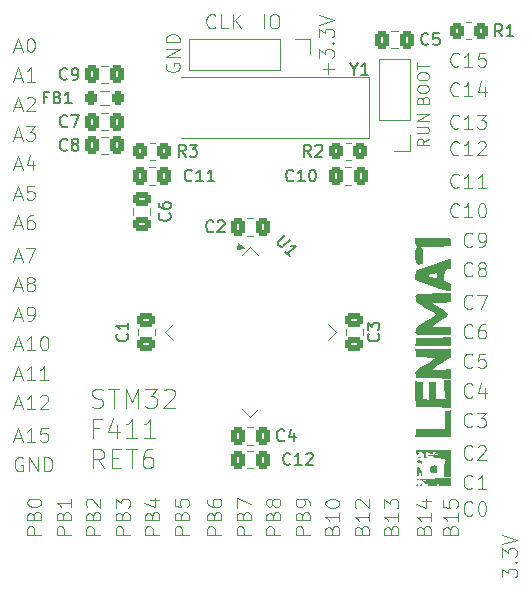
<source format=gto>
G04 #@! TF.GenerationSoftware,KiCad,Pcbnew,8.0.5*
G04 #@! TF.CreationDate,2024-11-24T11:50:23+01:00*
G04 #@! TF.ProjectId,stm32_template,73746d33-325f-4746-956d-706c6174652e,rev?*
G04 #@! TF.SameCoordinates,Original*
G04 #@! TF.FileFunction,Legend,Top*
G04 #@! TF.FilePolarity,Positive*
%FSLAX46Y46*%
G04 Gerber Fmt 4.6, Leading zero omitted, Abs format (unit mm)*
G04 Created by KiCad (PCBNEW 8.0.5) date 2024-11-24 11:50:23*
%MOMM*%
%LPD*%
G01*
G04 APERTURE LIST*
G04 Aperture macros list*
%AMRoundRect*
0 Rectangle with rounded corners*
0 $1 Rounding radius*
0 $2 $3 $4 $5 $6 $7 $8 $9 X,Y pos of 4 corners*
0 Add a 4 corners polygon primitive as box body*
4,1,4,$2,$3,$4,$5,$6,$7,$8,$9,$2,$3,0*
0 Add four circle primitives for the rounded corners*
1,1,$1+$1,$2,$3*
1,1,$1+$1,$4,$5*
1,1,$1+$1,$6,$7*
1,1,$1+$1,$8,$9*
0 Add four rect primitives between the rounded corners*
20,1,$1+$1,$2,$3,$4,$5,0*
20,1,$1+$1,$4,$5,$6,$7,0*
20,1,$1+$1,$6,$7,$8,$9,0*
20,1,$1+$1,$8,$9,$2,$3,0*%
G04 Aperture macros list end*
%ADD10C,0.100000*%
%ADD11C,0.150000*%
%ADD12C,0.120000*%
%ADD13C,0.000000*%
%ADD14RoundRect,0.250000X-0.475000X0.337500X-0.475000X-0.337500X0.475000X-0.337500X0.475000X0.337500X0*%
%ADD15RoundRect,0.250000X-0.337500X-0.475000X0.337500X-0.475000X0.337500X0.475000X-0.337500X0.475000X0*%
%ADD16RoundRect,0.250000X0.337500X0.475000X-0.337500X0.475000X-0.337500X-0.475000X0.337500X-0.475000X0*%
%ADD17R,7.875000X2.000000*%
%ADD18R,1.700000X1.700000*%
%ADD19O,1.700000X1.700000*%
%ADD20RoundRect,0.250000X-0.350000X-0.450000X0.350000X-0.450000X0.350000X0.450000X-0.350000X0.450000X0*%
%ADD21RoundRect,0.250000X-0.275000X-0.350000X0.275000X-0.350000X0.275000X0.350000X-0.275000X0.350000X0*%
%ADD22RoundRect,0.075000X-0.548008X0.441942X0.441942X-0.548008X0.548008X-0.441942X-0.441942X0.548008X0*%
%ADD23RoundRect,0.075000X-0.548008X-0.441942X-0.441942X-0.548008X0.548008X0.441942X0.441942X0.548008X0*%
%ADD24RoundRect,0.250000X0.475000X-0.337500X0.475000X0.337500X-0.475000X0.337500X-0.475000X-0.337500X0*%
G04 APERTURE END LIST*
D10*
X55044360Y-58957085D02*
X55615789Y-58957085D01*
X54930074Y-59299942D02*
X55330074Y-58099942D01*
X55330074Y-58099942D02*
X55730074Y-59299942D01*
X56072931Y-58214228D02*
X56130074Y-58157085D01*
X56130074Y-58157085D02*
X56244360Y-58099942D01*
X56244360Y-58099942D02*
X56530074Y-58099942D01*
X56530074Y-58099942D02*
X56644360Y-58157085D01*
X56644360Y-58157085D02*
X56701502Y-58214228D01*
X56701502Y-58214228D02*
X56758645Y-58328514D01*
X56758645Y-58328514D02*
X56758645Y-58442800D01*
X56758645Y-58442800D02*
X56701502Y-58614228D01*
X56701502Y-58614228D02*
X56015788Y-59299942D01*
X56015788Y-59299942D02*
X56758645Y-59299942D01*
X72034210Y-52185657D02*
X71977067Y-52242800D01*
X71977067Y-52242800D02*
X71805639Y-52299942D01*
X71805639Y-52299942D02*
X71691353Y-52299942D01*
X71691353Y-52299942D02*
X71519924Y-52242800D01*
X71519924Y-52242800D02*
X71405639Y-52128514D01*
X71405639Y-52128514D02*
X71348496Y-52014228D01*
X71348496Y-52014228D02*
X71291353Y-51785657D01*
X71291353Y-51785657D02*
X71291353Y-51614228D01*
X71291353Y-51614228D02*
X71348496Y-51385657D01*
X71348496Y-51385657D02*
X71405639Y-51271371D01*
X71405639Y-51271371D02*
X71519924Y-51157085D01*
X71519924Y-51157085D02*
X71691353Y-51099942D01*
X71691353Y-51099942D02*
X71805639Y-51099942D01*
X71805639Y-51099942D02*
X71977067Y-51157085D01*
X71977067Y-51157085D02*
X72034210Y-51214228D01*
X73119924Y-52299942D02*
X72548496Y-52299942D01*
X72548496Y-52299942D02*
X72548496Y-51099942D01*
X73519925Y-52299942D02*
X73519925Y-51099942D01*
X74205639Y-52299942D02*
X73691353Y-51614228D01*
X74205639Y-51099942D02*
X73519925Y-51785657D01*
X93812782Y-88685657D02*
X93755639Y-88742800D01*
X93755639Y-88742800D02*
X93584211Y-88799942D01*
X93584211Y-88799942D02*
X93469925Y-88799942D01*
X93469925Y-88799942D02*
X93298496Y-88742800D01*
X93298496Y-88742800D02*
X93184211Y-88628514D01*
X93184211Y-88628514D02*
X93127068Y-88514228D01*
X93127068Y-88514228D02*
X93069925Y-88285657D01*
X93069925Y-88285657D02*
X93069925Y-88114228D01*
X93069925Y-88114228D02*
X93127068Y-87885657D01*
X93127068Y-87885657D02*
X93184211Y-87771371D01*
X93184211Y-87771371D02*
X93298496Y-87657085D01*
X93298496Y-87657085D02*
X93469925Y-87599942D01*
X93469925Y-87599942D02*
X93584211Y-87599942D01*
X93584211Y-87599942D02*
X93755639Y-87657085D01*
X93755639Y-87657085D02*
X93812782Y-87714228D01*
X94269925Y-87714228D02*
X94327068Y-87657085D01*
X94327068Y-87657085D02*
X94441354Y-87599942D01*
X94441354Y-87599942D02*
X94727068Y-87599942D01*
X94727068Y-87599942D02*
X94841354Y-87657085D01*
X94841354Y-87657085D02*
X94898496Y-87714228D01*
X94898496Y-87714228D02*
X94955639Y-87828514D01*
X94955639Y-87828514D02*
X94955639Y-87942800D01*
X94955639Y-87942800D02*
X94898496Y-88114228D01*
X94898496Y-88114228D02*
X94212782Y-88799942D01*
X94212782Y-88799942D02*
X94955639Y-88799942D01*
X64799942Y-95148496D02*
X63599942Y-95148496D01*
X63599942Y-95148496D02*
X63599942Y-94691353D01*
X63599942Y-94691353D02*
X63657085Y-94577068D01*
X63657085Y-94577068D02*
X63714228Y-94519925D01*
X63714228Y-94519925D02*
X63828514Y-94462782D01*
X63828514Y-94462782D02*
X63999942Y-94462782D01*
X63999942Y-94462782D02*
X64114228Y-94519925D01*
X64114228Y-94519925D02*
X64171371Y-94577068D01*
X64171371Y-94577068D02*
X64228514Y-94691353D01*
X64228514Y-94691353D02*
X64228514Y-95148496D01*
X64171371Y-93548496D02*
X64228514Y-93377068D01*
X64228514Y-93377068D02*
X64285657Y-93319925D01*
X64285657Y-93319925D02*
X64399942Y-93262782D01*
X64399942Y-93262782D02*
X64571371Y-93262782D01*
X64571371Y-93262782D02*
X64685657Y-93319925D01*
X64685657Y-93319925D02*
X64742800Y-93377068D01*
X64742800Y-93377068D02*
X64799942Y-93491353D01*
X64799942Y-93491353D02*
X64799942Y-93948496D01*
X64799942Y-93948496D02*
X63599942Y-93948496D01*
X63599942Y-93948496D02*
X63599942Y-93548496D01*
X63599942Y-93548496D02*
X63657085Y-93434211D01*
X63657085Y-93434211D02*
X63714228Y-93377068D01*
X63714228Y-93377068D02*
X63828514Y-93319925D01*
X63828514Y-93319925D02*
X63942800Y-93319925D01*
X63942800Y-93319925D02*
X64057085Y-93377068D01*
X64057085Y-93377068D02*
X64114228Y-93434211D01*
X64114228Y-93434211D02*
X64171371Y-93548496D01*
X64171371Y-93548496D02*
X64171371Y-93948496D01*
X63599942Y-92862782D02*
X63599942Y-92119925D01*
X63599942Y-92119925D02*
X64057085Y-92519925D01*
X64057085Y-92519925D02*
X64057085Y-92348496D01*
X64057085Y-92348496D02*
X64114228Y-92234211D01*
X64114228Y-92234211D02*
X64171371Y-92177068D01*
X64171371Y-92177068D02*
X64285657Y-92119925D01*
X64285657Y-92119925D02*
X64571371Y-92119925D01*
X64571371Y-92119925D02*
X64685657Y-92177068D01*
X64685657Y-92177068D02*
X64742800Y-92234211D01*
X64742800Y-92234211D02*
X64799942Y-92348496D01*
X64799942Y-92348496D02*
X64799942Y-92691353D01*
X64799942Y-92691353D02*
X64742800Y-92805639D01*
X64742800Y-92805639D02*
X64685657Y-92862782D01*
X62299942Y-95148496D02*
X61099942Y-95148496D01*
X61099942Y-95148496D02*
X61099942Y-94691353D01*
X61099942Y-94691353D02*
X61157085Y-94577068D01*
X61157085Y-94577068D02*
X61214228Y-94519925D01*
X61214228Y-94519925D02*
X61328514Y-94462782D01*
X61328514Y-94462782D02*
X61499942Y-94462782D01*
X61499942Y-94462782D02*
X61614228Y-94519925D01*
X61614228Y-94519925D02*
X61671371Y-94577068D01*
X61671371Y-94577068D02*
X61728514Y-94691353D01*
X61728514Y-94691353D02*
X61728514Y-95148496D01*
X61671371Y-93548496D02*
X61728514Y-93377068D01*
X61728514Y-93377068D02*
X61785657Y-93319925D01*
X61785657Y-93319925D02*
X61899942Y-93262782D01*
X61899942Y-93262782D02*
X62071371Y-93262782D01*
X62071371Y-93262782D02*
X62185657Y-93319925D01*
X62185657Y-93319925D02*
X62242800Y-93377068D01*
X62242800Y-93377068D02*
X62299942Y-93491353D01*
X62299942Y-93491353D02*
X62299942Y-93948496D01*
X62299942Y-93948496D02*
X61099942Y-93948496D01*
X61099942Y-93948496D02*
X61099942Y-93548496D01*
X61099942Y-93548496D02*
X61157085Y-93434211D01*
X61157085Y-93434211D02*
X61214228Y-93377068D01*
X61214228Y-93377068D02*
X61328514Y-93319925D01*
X61328514Y-93319925D02*
X61442800Y-93319925D01*
X61442800Y-93319925D02*
X61557085Y-93377068D01*
X61557085Y-93377068D02*
X61614228Y-93434211D01*
X61614228Y-93434211D02*
X61671371Y-93548496D01*
X61671371Y-93548496D02*
X61671371Y-93948496D01*
X61214228Y-92805639D02*
X61157085Y-92748496D01*
X61157085Y-92748496D02*
X61099942Y-92634211D01*
X61099942Y-92634211D02*
X61099942Y-92348496D01*
X61099942Y-92348496D02*
X61157085Y-92234211D01*
X61157085Y-92234211D02*
X61214228Y-92177068D01*
X61214228Y-92177068D02*
X61328514Y-92119925D01*
X61328514Y-92119925D02*
X61442800Y-92119925D01*
X61442800Y-92119925D02*
X61614228Y-92177068D01*
X61614228Y-92177068D02*
X62299942Y-92862782D01*
X62299942Y-92862782D02*
X62299942Y-92119925D01*
X55044360Y-79207085D02*
X55615789Y-79207085D01*
X54930074Y-79549942D02*
X55330074Y-78349942D01*
X55330074Y-78349942D02*
X55730074Y-79549942D01*
X56758645Y-79549942D02*
X56072931Y-79549942D01*
X56415788Y-79549942D02*
X56415788Y-78349942D01*
X56415788Y-78349942D02*
X56301502Y-78521371D01*
X56301502Y-78521371D02*
X56187217Y-78635657D01*
X56187217Y-78635657D02*
X56072931Y-78692800D01*
X57501502Y-78349942D02*
X57615788Y-78349942D01*
X57615788Y-78349942D02*
X57730074Y-78407085D01*
X57730074Y-78407085D02*
X57787217Y-78464228D01*
X57787217Y-78464228D02*
X57844359Y-78578514D01*
X57844359Y-78578514D02*
X57901502Y-78807085D01*
X57901502Y-78807085D02*
X57901502Y-79092800D01*
X57901502Y-79092800D02*
X57844359Y-79321371D01*
X57844359Y-79321371D02*
X57787217Y-79435657D01*
X57787217Y-79435657D02*
X57730074Y-79492800D01*
X57730074Y-79492800D02*
X57615788Y-79549942D01*
X57615788Y-79549942D02*
X57501502Y-79549942D01*
X57501502Y-79549942D02*
X57387217Y-79492800D01*
X57387217Y-79492800D02*
X57330074Y-79435657D01*
X57330074Y-79435657D02*
X57272931Y-79321371D01*
X57272931Y-79321371D02*
X57215788Y-79092800D01*
X57215788Y-79092800D02*
X57215788Y-78807085D01*
X57215788Y-78807085D02*
X57272931Y-78578514D01*
X57272931Y-78578514D02*
X57330074Y-78464228D01*
X57330074Y-78464228D02*
X57387217Y-78407085D01*
X57387217Y-78407085D02*
X57501502Y-78349942D01*
X72549942Y-95148496D02*
X71349942Y-95148496D01*
X71349942Y-95148496D02*
X71349942Y-94691353D01*
X71349942Y-94691353D02*
X71407085Y-94577068D01*
X71407085Y-94577068D02*
X71464228Y-94519925D01*
X71464228Y-94519925D02*
X71578514Y-94462782D01*
X71578514Y-94462782D02*
X71749942Y-94462782D01*
X71749942Y-94462782D02*
X71864228Y-94519925D01*
X71864228Y-94519925D02*
X71921371Y-94577068D01*
X71921371Y-94577068D02*
X71978514Y-94691353D01*
X71978514Y-94691353D02*
X71978514Y-95148496D01*
X71921371Y-93548496D02*
X71978514Y-93377068D01*
X71978514Y-93377068D02*
X72035657Y-93319925D01*
X72035657Y-93319925D02*
X72149942Y-93262782D01*
X72149942Y-93262782D02*
X72321371Y-93262782D01*
X72321371Y-93262782D02*
X72435657Y-93319925D01*
X72435657Y-93319925D02*
X72492800Y-93377068D01*
X72492800Y-93377068D02*
X72549942Y-93491353D01*
X72549942Y-93491353D02*
X72549942Y-93948496D01*
X72549942Y-93948496D02*
X71349942Y-93948496D01*
X71349942Y-93948496D02*
X71349942Y-93548496D01*
X71349942Y-93548496D02*
X71407085Y-93434211D01*
X71407085Y-93434211D02*
X71464228Y-93377068D01*
X71464228Y-93377068D02*
X71578514Y-93319925D01*
X71578514Y-93319925D02*
X71692800Y-93319925D01*
X71692800Y-93319925D02*
X71807085Y-93377068D01*
X71807085Y-93377068D02*
X71864228Y-93434211D01*
X71864228Y-93434211D02*
X71921371Y-93548496D01*
X71921371Y-93548496D02*
X71921371Y-93948496D01*
X71349942Y-92234211D02*
X71349942Y-92462782D01*
X71349942Y-92462782D02*
X71407085Y-92577068D01*
X71407085Y-92577068D02*
X71464228Y-92634211D01*
X71464228Y-92634211D02*
X71635657Y-92748496D01*
X71635657Y-92748496D02*
X71864228Y-92805639D01*
X71864228Y-92805639D02*
X72321371Y-92805639D01*
X72321371Y-92805639D02*
X72435657Y-92748496D01*
X72435657Y-92748496D02*
X72492800Y-92691353D01*
X72492800Y-92691353D02*
X72549942Y-92577068D01*
X72549942Y-92577068D02*
X72549942Y-92348496D01*
X72549942Y-92348496D02*
X72492800Y-92234211D01*
X72492800Y-92234211D02*
X72435657Y-92177068D01*
X72435657Y-92177068D02*
X72321371Y-92119925D01*
X72321371Y-92119925D02*
X72035657Y-92119925D01*
X72035657Y-92119925D02*
X71921371Y-92177068D01*
X71921371Y-92177068D02*
X71864228Y-92234211D01*
X71864228Y-92234211D02*
X71807085Y-92348496D01*
X71807085Y-92348496D02*
X71807085Y-92577068D01*
X71807085Y-92577068D02*
X71864228Y-92691353D01*
X71864228Y-92691353D02*
X71921371Y-92748496D01*
X71921371Y-92748496D02*
X72035657Y-92805639D01*
X93812782Y-75935657D02*
X93755639Y-75992800D01*
X93755639Y-75992800D02*
X93584211Y-76049942D01*
X93584211Y-76049942D02*
X93469925Y-76049942D01*
X93469925Y-76049942D02*
X93298496Y-75992800D01*
X93298496Y-75992800D02*
X93184211Y-75878514D01*
X93184211Y-75878514D02*
X93127068Y-75764228D01*
X93127068Y-75764228D02*
X93069925Y-75535657D01*
X93069925Y-75535657D02*
X93069925Y-75364228D01*
X93069925Y-75364228D02*
X93127068Y-75135657D01*
X93127068Y-75135657D02*
X93184211Y-75021371D01*
X93184211Y-75021371D02*
X93298496Y-74907085D01*
X93298496Y-74907085D02*
X93469925Y-74849942D01*
X93469925Y-74849942D02*
X93584211Y-74849942D01*
X93584211Y-74849942D02*
X93755639Y-74907085D01*
X93755639Y-74907085D02*
X93812782Y-74964228D01*
X94212782Y-74849942D02*
X95012782Y-74849942D01*
X95012782Y-74849942D02*
X94498496Y-76049942D01*
X57299942Y-95148496D02*
X56099942Y-95148496D01*
X56099942Y-95148496D02*
X56099942Y-94691353D01*
X56099942Y-94691353D02*
X56157085Y-94577068D01*
X56157085Y-94577068D02*
X56214228Y-94519925D01*
X56214228Y-94519925D02*
X56328514Y-94462782D01*
X56328514Y-94462782D02*
X56499942Y-94462782D01*
X56499942Y-94462782D02*
X56614228Y-94519925D01*
X56614228Y-94519925D02*
X56671371Y-94577068D01*
X56671371Y-94577068D02*
X56728514Y-94691353D01*
X56728514Y-94691353D02*
X56728514Y-95148496D01*
X56671371Y-93548496D02*
X56728514Y-93377068D01*
X56728514Y-93377068D02*
X56785657Y-93319925D01*
X56785657Y-93319925D02*
X56899942Y-93262782D01*
X56899942Y-93262782D02*
X57071371Y-93262782D01*
X57071371Y-93262782D02*
X57185657Y-93319925D01*
X57185657Y-93319925D02*
X57242800Y-93377068D01*
X57242800Y-93377068D02*
X57299942Y-93491353D01*
X57299942Y-93491353D02*
X57299942Y-93948496D01*
X57299942Y-93948496D02*
X56099942Y-93948496D01*
X56099942Y-93948496D02*
X56099942Y-93548496D01*
X56099942Y-93548496D02*
X56157085Y-93434211D01*
X56157085Y-93434211D02*
X56214228Y-93377068D01*
X56214228Y-93377068D02*
X56328514Y-93319925D01*
X56328514Y-93319925D02*
X56442800Y-93319925D01*
X56442800Y-93319925D02*
X56557085Y-93377068D01*
X56557085Y-93377068D02*
X56614228Y-93434211D01*
X56614228Y-93434211D02*
X56671371Y-93548496D01*
X56671371Y-93548496D02*
X56671371Y-93948496D01*
X56099942Y-92519925D02*
X56099942Y-92405639D01*
X56099942Y-92405639D02*
X56157085Y-92291353D01*
X56157085Y-92291353D02*
X56214228Y-92234211D01*
X56214228Y-92234211D02*
X56328514Y-92177068D01*
X56328514Y-92177068D02*
X56557085Y-92119925D01*
X56557085Y-92119925D02*
X56842800Y-92119925D01*
X56842800Y-92119925D02*
X57071371Y-92177068D01*
X57071371Y-92177068D02*
X57185657Y-92234211D01*
X57185657Y-92234211D02*
X57242800Y-92291353D01*
X57242800Y-92291353D02*
X57299942Y-92405639D01*
X57299942Y-92405639D02*
X57299942Y-92519925D01*
X57299942Y-92519925D02*
X57242800Y-92634211D01*
X57242800Y-92634211D02*
X57185657Y-92691353D01*
X57185657Y-92691353D02*
X57071371Y-92748496D01*
X57071371Y-92748496D02*
X56842800Y-92805639D01*
X56842800Y-92805639D02*
X56557085Y-92805639D01*
X56557085Y-92805639D02*
X56328514Y-92748496D01*
X56328514Y-92748496D02*
X56214228Y-92691353D01*
X56214228Y-92691353D02*
X56157085Y-92634211D01*
X56157085Y-92634211D02*
X56099942Y-92519925D01*
X55044360Y-76707085D02*
X55615789Y-76707085D01*
X54930074Y-77049942D02*
X55330074Y-75849942D01*
X55330074Y-75849942D02*
X55730074Y-77049942D01*
X56187217Y-77049942D02*
X56415788Y-77049942D01*
X56415788Y-77049942D02*
X56530074Y-76992800D01*
X56530074Y-76992800D02*
X56587217Y-76935657D01*
X56587217Y-76935657D02*
X56701502Y-76764228D01*
X56701502Y-76764228D02*
X56758645Y-76535657D01*
X56758645Y-76535657D02*
X56758645Y-76078514D01*
X56758645Y-76078514D02*
X56701502Y-75964228D01*
X56701502Y-75964228D02*
X56644360Y-75907085D01*
X56644360Y-75907085D02*
X56530074Y-75849942D01*
X56530074Y-75849942D02*
X56301502Y-75849942D01*
X56301502Y-75849942D02*
X56187217Y-75907085D01*
X56187217Y-75907085D02*
X56130074Y-75964228D01*
X56130074Y-75964228D02*
X56072931Y-76078514D01*
X56072931Y-76078514D02*
X56072931Y-76364228D01*
X56072931Y-76364228D02*
X56130074Y-76478514D01*
X56130074Y-76478514D02*
X56187217Y-76535657D01*
X56187217Y-76535657D02*
X56301502Y-76592800D01*
X56301502Y-76592800D02*
X56530074Y-76592800D01*
X56530074Y-76592800D02*
X56644360Y-76535657D01*
X56644360Y-76535657D02*
X56701502Y-76478514D01*
X56701502Y-76478514D02*
X56758645Y-76364228D01*
X55730074Y-88657085D02*
X55615789Y-88599942D01*
X55615789Y-88599942D02*
X55444360Y-88599942D01*
X55444360Y-88599942D02*
X55272931Y-88657085D01*
X55272931Y-88657085D02*
X55158646Y-88771371D01*
X55158646Y-88771371D02*
X55101503Y-88885657D01*
X55101503Y-88885657D02*
X55044360Y-89114228D01*
X55044360Y-89114228D02*
X55044360Y-89285657D01*
X55044360Y-89285657D02*
X55101503Y-89514228D01*
X55101503Y-89514228D02*
X55158646Y-89628514D01*
X55158646Y-89628514D02*
X55272931Y-89742800D01*
X55272931Y-89742800D02*
X55444360Y-89799942D01*
X55444360Y-89799942D02*
X55558646Y-89799942D01*
X55558646Y-89799942D02*
X55730074Y-89742800D01*
X55730074Y-89742800D02*
X55787217Y-89685657D01*
X55787217Y-89685657D02*
X55787217Y-89285657D01*
X55787217Y-89285657D02*
X55558646Y-89285657D01*
X56301503Y-89799942D02*
X56301503Y-88599942D01*
X56301503Y-88599942D02*
X56987217Y-89799942D01*
X56987217Y-89799942D02*
X56987217Y-88599942D01*
X57558646Y-89799942D02*
X57558646Y-88599942D01*
X57558646Y-88599942D02*
X57844360Y-88599942D01*
X57844360Y-88599942D02*
X58015789Y-88657085D01*
X58015789Y-88657085D02*
X58130074Y-88771371D01*
X58130074Y-88771371D02*
X58187217Y-88885657D01*
X58187217Y-88885657D02*
X58244360Y-89114228D01*
X58244360Y-89114228D02*
X58244360Y-89285657D01*
X58244360Y-89285657D02*
X58187217Y-89514228D01*
X58187217Y-89514228D02*
X58130074Y-89628514D01*
X58130074Y-89628514D02*
X58015789Y-89742800D01*
X58015789Y-89742800D02*
X57844360Y-89799942D01*
X57844360Y-89799942D02*
X57558646Y-89799942D01*
X93812782Y-83435657D02*
X93755639Y-83492800D01*
X93755639Y-83492800D02*
X93584211Y-83549942D01*
X93584211Y-83549942D02*
X93469925Y-83549942D01*
X93469925Y-83549942D02*
X93298496Y-83492800D01*
X93298496Y-83492800D02*
X93184211Y-83378514D01*
X93184211Y-83378514D02*
X93127068Y-83264228D01*
X93127068Y-83264228D02*
X93069925Y-83035657D01*
X93069925Y-83035657D02*
X93069925Y-82864228D01*
X93069925Y-82864228D02*
X93127068Y-82635657D01*
X93127068Y-82635657D02*
X93184211Y-82521371D01*
X93184211Y-82521371D02*
X93298496Y-82407085D01*
X93298496Y-82407085D02*
X93469925Y-82349942D01*
X93469925Y-82349942D02*
X93584211Y-82349942D01*
X93584211Y-82349942D02*
X93755639Y-82407085D01*
X93755639Y-82407085D02*
X93812782Y-82464228D01*
X94841354Y-82749942D02*
X94841354Y-83549942D01*
X94555639Y-82292800D02*
X94269925Y-83149942D01*
X94269925Y-83149942D02*
X95012782Y-83149942D01*
X93812782Y-73185657D02*
X93755639Y-73242800D01*
X93755639Y-73242800D02*
X93584211Y-73299942D01*
X93584211Y-73299942D02*
X93469925Y-73299942D01*
X93469925Y-73299942D02*
X93298496Y-73242800D01*
X93298496Y-73242800D02*
X93184211Y-73128514D01*
X93184211Y-73128514D02*
X93127068Y-73014228D01*
X93127068Y-73014228D02*
X93069925Y-72785657D01*
X93069925Y-72785657D02*
X93069925Y-72614228D01*
X93069925Y-72614228D02*
X93127068Y-72385657D01*
X93127068Y-72385657D02*
X93184211Y-72271371D01*
X93184211Y-72271371D02*
X93298496Y-72157085D01*
X93298496Y-72157085D02*
X93469925Y-72099942D01*
X93469925Y-72099942D02*
X93584211Y-72099942D01*
X93584211Y-72099942D02*
X93755639Y-72157085D01*
X93755639Y-72157085D02*
X93812782Y-72214228D01*
X94498496Y-72614228D02*
X94384211Y-72557085D01*
X94384211Y-72557085D02*
X94327068Y-72499942D01*
X94327068Y-72499942D02*
X94269925Y-72385657D01*
X94269925Y-72385657D02*
X94269925Y-72328514D01*
X94269925Y-72328514D02*
X94327068Y-72214228D01*
X94327068Y-72214228D02*
X94384211Y-72157085D01*
X94384211Y-72157085D02*
X94498496Y-72099942D01*
X94498496Y-72099942D02*
X94727068Y-72099942D01*
X94727068Y-72099942D02*
X94841354Y-72157085D01*
X94841354Y-72157085D02*
X94898496Y-72214228D01*
X94898496Y-72214228D02*
X94955639Y-72328514D01*
X94955639Y-72328514D02*
X94955639Y-72385657D01*
X94955639Y-72385657D02*
X94898496Y-72499942D01*
X94898496Y-72499942D02*
X94841354Y-72557085D01*
X94841354Y-72557085D02*
X94727068Y-72614228D01*
X94727068Y-72614228D02*
X94498496Y-72614228D01*
X94498496Y-72614228D02*
X94384211Y-72671371D01*
X94384211Y-72671371D02*
X94327068Y-72728514D01*
X94327068Y-72728514D02*
X94269925Y-72842800D01*
X94269925Y-72842800D02*
X94269925Y-73071371D01*
X94269925Y-73071371D02*
X94327068Y-73185657D01*
X94327068Y-73185657D02*
X94384211Y-73242800D01*
X94384211Y-73242800D02*
X94498496Y-73299942D01*
X94498496Y-73299942D02*
X94727068Y-73299942D01*
X94727068Y-73299942D02*
X94841354Y-73242800D01*
X94841354Y-73242800D02*
X94898496Y-73185657D01*
X94898496Y-73185657D02*
X94955639Y-73071371D01*
X94955639Y-73071371D02*
X94955639Y-72842800D01*
X94955639Y-72842800D02*
X94898496Y-72728514D01*
X94898496Y-72728514D02*
X94841354Y-72671371D01*
X94841354Y-72671371D02*
X94727068Y-72614228D01*
X59799942Y-95148496D02*
X58599942Y-95148496D01*
X58599942Y-95148496D02*
X58599942Y-94691353D01*
X58599942Y-94691353D02*
X58657085Y-94577068D01*
X58657085Y-94577068D02*
X58714228Y-94519925D01*
X58714228Y-94519925D02*
X58828514Y-94462782D01*
X58828514Y-94462782D02*
X58999942Y-94462782D01*
X58999942Y-94462782D02*
X59114228Y-94519925D01*
X59114228Y-94519925D02*
X59171371Y-94577068D01*
X59171371Y-94577068D02*
X59228514Y-94691353D01*
X59228514Y-94691353D02*
X59228514Y-95148496D01*
X59171371Y-93548496D02*
X59228514Y-93377068D01*
X59228514Y-93377068D02*
X59285657Y-93319925D01*
X59285657Y-93319925D02*
X59399942Y-93262782D01*
X59399942Y-93262782D02*
X59571371Y-93262782D01*
X59571371Y-93262782D02*
X59685657Y-93319925D01*
X59685657Y-93319925D02*
X59742800Y-93377068D01*
X59742800Y-93377068D02*
X59799942Y-93491353D01*
X59799942Y-93491353D02*
X59799942Y-93948496D01*
X59799942Y-93948496D02*
X58599942Y-93948496D01*
X58599942Y-93948496D02*
X58599942Y-93548496D01*
X58599942Y-93548496D02*
X58657085Y-93434211D01*
X58657085Y-93434211D02*
X58714228Y-93377068D01*
X58714228Y-93377068D02*
X58828514Y-93319925D01*
X58828514Y-93319925D02*
X58942800Y-93319925D01*
X58942800Y-93319925D02*
X59057085Y-93377068D01*
X59057085Y-93377068D02*
X59114228Y-93434211D01*
X59114228Y-93434211D02*
X59171371Y-93548496D01*
X59171371Y-93548496D02*
X59171371Y-93948496D01*
X59799942Y-92119925D02*
X59799942Y-92805639D01*
X59799942Y-92462782D02*
X58599942Y-92462782D01*
X58599942Y-92462782D02*
X58771371Y-92577068D01*
X58771371Y-92577068D02*
X58885657Y-92691353D01*
X58885657Y-92691353D02*
X58942800Y-92805639D01*
X67907085Y-55308646D02*
X67849942Y-55422932D01*
X67849942Y-55422932D02*
X67849942Y-55594360D01*
X67849942Y-55594360D02*
X67907085Y-55765789D01*
X67907085Y-55765789D02*
X68021371Y-55880074D01*
X68021371Y-55880074D02*
X68135657Y-55937217D01*
X68135657Y-55937217D02*
X68364228Y-55994360D01*
X68364228Y-55994360D02*
X68535657Y-55994360D01*
X68535657Y-55994360D02*
X68764228Y-55937217D01*
X68764228Y-55937217D02*
X68878514Y-55880074D01*
X68878514Y-55880074D02*
X68992800Y-55765789D01*
X68992800Y-55765789D02*
X69049942Y-55594360D01*
X69049942Y-55594360D02*
X69049942Y-55480074D01*
X69049942Y-55480074D02*
X68992800Y-55308646D01*
X68992800Y-55308646D02*
X68935657Y-55251503D01*
X68935657Y-55251503D02*
X68535657Y-55251503D01*
X68535657Y-55251503D02*
X68535657Y-55480074D01*
X69049942Y-54737217D02*
X67849942Y-54737217D01*
X67849942Y-54737217D02*
X69049942Y-54051503D01*
X69049942Y-54051503D02*
X67849942Y-54051503D01*
X69049942Y-53480074D02*
X67849942Y-53480074D01*
X67849942Y-53480074D02*
X67849942Y-53194360D01*
X67849942Y-53194360D02*
X67907085Y-53022931D01*
X67907085Y-53022931D02*
X68021371Y-52908646D01*
X68021371Y-52908646D02*
X68135657Y-52851503D01*
X68135657Y-52851503D02*
X68364228Y-52794360D01*
X68364228Y-52794360D02*
X68535657Y-52794360D01*
X68535657Y-52794360D02*
X68764228Y-52851503D01*
X68764228Y-52851503D02*
X68878514Y-52908646D01*
X68878514Y-52908646D02*
X68992800Y-53022931D01*
X68992800Y-53022931D02*
X69049942Y-53194360D01*
X69049942Y-53194360D02*
X69049942Y-53480074D01*
X93812782Y-91185657D02*
X93755639Y-91242800D01*
X93755639Y-91242800D02*
X93584211Y-91299942D01*
X93584211Y-91299942D02*
X93469925Y-91299942D01*
X93469925Y-91299942D02*
X93298496Y-91242800D01*
X93298496Y-91242800D02*
X93184211Y-91128514D01*
X93184211Y-91128514D02*
X93127068Y-91014228D01*
X93127068Y-91014228D02*
X93069925Y-90785657D01*
X93069925Y-90785657D02*
X93069925Y-90614228D01*
X93069925Y-90614228D02*
X93127068Y-90385657D01*
X93127068Y-90385657D02*
X93184211Y-90271371D01*
X93184211Y-90271371D02*
X93298496Y-90157085D01*
X93298496Y-90157085D02*
X93469925Y-90099942D01*
X93469925Y-90099942D02*
X93584211Y-90099942D01*
X93584211Y-90099942D02*
X93755639Y-90157085D01*
X93755639Y-90157085D02*
X93812782Y-90214228D01*
X94955639Y-91299942D02*
X94269925Y-91299942D01*
X94612782Y-91299942D02*
X94612782Y-90099942D01*
X94612782Y-90099942D02*
X94498496Y-90271371D01*
X94498496Y-90271371D02*
X94384211Y-90385657D01*
X94384211Y-90385657D02*
X94269925Y-90442800D01*
X89598609Y-58362782D02*
X89646228Y-58219925D01*
X89646228Y-58219925D02*
X89693847Y-58172306D01*
X89693847Y-58172306D02*
X89789085Y-58124687D01*
X89789085Y-58124687D02*
X89931942Y-58124687D01*
X89931942Y-58124687D02*
X90027180Y-58172306D01*
X90027180Y-58172306D02*
X90074800Y-58219925D01*
X90074800Y-58219925D02*
X90122419Y-58315163D01*
X90122419Y-58315163D02*
X90122419Y-58696115D01*
X90122419Y-58696115D02*
X89122419Y-58696115D01*
X89122419Y-58696115D02*
X89122419Y-58362782D01*
X89122419Y-58362782D02*
X89170038Y-58267544D01*
X89170038Y-58267544D02*
X89217657Y-58219925D01*
X89217657Y-58219925D02*
X89312895Y-58172306D01*
X89312895Y-58172306D02*
X89408133Y-58172306D01*
X89408133Y-58172306D02*
X89503371Y-58219925D01*
X89503371Y-58219925D02*
X89550990Y-58267544D01*
X89550990Y-58267544D02*
X89598609Y-58362782D01*
X89598609Y-58362782D02*
X89598609Y-58696115D01*
X89122419Y-57505639D02*
X89122419Y-57315163D01*
X89122419Y-57315163D02*
X89170038Y-57219925D01*
X89170038Y-57219925D02*
X89265276Y-57124687D01*
X89265276Y-57124687D02*
X89455752Y-57077068D01*
X89455752Y-57077068D02*
X89789085Y-57077068D01*
X89789085Y-57077068D02*
X89979561Y-57124687D01*
X89979561Y-57124687D02*
X90074800Y-57219925D01*
X90074800Y-57219925D02*
X90122419Y-57315163D01*
X90122419Y-57315163D02*
X90122419Y-57505639D01*
X90122419Y-57505639D02*
X90074800Y-57600877D01*
X90074800Y-57600877D02*
X89979561Y-57696115D01*
X89979561Y-57696115D02*
X89789085Y-57743734D01*
X89789085Y-57743734D02*
X89455752Y-57743734D01*
X89455752Y-57743734D02*
X89265276Y-57696115D01*
X89265276Y-57696115D02*
X89170038Y-57600877D01*
X89170038Y-57600877D02*
X89122419Y-57505639D01*
X89122419Y-56458020D02*
X89122419Y-56267544D01*
X89122419Y-56267544D02*
X89170038Y-56172306D01*
X89170038Y-56172306D02*
X89265276Y-56077068D01*
X89265276Y-56077068D02*
X89455752Y-56029449D01*
X89455752Y-56029449D02*
X89789085Y-56029449D01*
X89789085Y-56029449D02*
X89979561Y-56077068D01*
X89979561Y-56077068D02*
X90074800Y-56172306D01*
X90074800Y-56172306D02*
X90122419Y-56267544D01*
X90122419Y-56267544D02*
X90122419Y-56458020D01*
X90122419Y-56458020D02*
X90074800Y-56553258D01*
X90074800Y-56553258D02*
X89979561Y-56648496D01*
X89979561Y-56648496D02*
X89789085Y-56696115D01*
X89789085Y-56696115D02*
X89455752Y-56696115D01*
X89455752Y-56696115D02*
X89265276Y-56648496D01*
X89265276Y-56648496D02*
X89170038Y-56553258D01*
X89170038Y-56553258D02*
X89122419Y-56458020D01*
X89122419Y-55743734D02*
X89122419Y-55172306D01*
X90122419Y-55458020D02*
X89122419Y-55458020D01*
X80049942Y-95148496D02*
X78849942Y-95148496D01*
X78849942Y-95148496D02*
X78849942Y-94691353D01*
X78849942Y-94691353D02*
X78907085Y-94577068D01*
X78907085Y-94577068D02*
X78964228Y-94519925D01*
X78964228Y-94519925D02*
X79078514Y-94462782D01*
X79078514Y-94462782D02*
X79249942Y-94462782D01*
X79249942Y-94462782D02*
X79364228Y-94519925D01*
X79364228Y-94519925D02*
X79421371Y-94577068D01*
X79421371Y-94577068D02*
X79478514Y-94691353D01*
X79478514Y-94691353D02*
X79478514Y-95148496D01*
X79421371Y-93548496D02*
X79478514Y-93377068D01*
X79478514Y-93377068D02*
X79535657Y-93319925D01*
X79535657Y-93319925D02*
X79649942Y-93262782D01*
X79649942Y-93262782D02*
X79821371Y-93262782D01*
X79821371Y-93262782D02*
X79935657Y-93319925D01*
X79935657Y-93319925D02*
X79992800Y-93377068D01*
X79992800Y-93377068D02*
X80049942Y-93491353D01*
X80049942Y-93491353D02*
X80049942Y-93948496D01*
X80049942Y-93948496D02*
X78849942Y-93948496D01*
X78849942Y-93948496D02*
X78849942Y-93548496D01*
X78849942Y-93548496D02*
X78907085Y-93434211D01*
X78907085Y-93434211D02*
X78964228Y-93377068D01*
X78964228Y-93377068D02*
X79078514Y-93319925D01*
X79078514Y-93319925D02*
X79192800Y-93319925D01*
X79192800Y-93319925D02*
X79307085Y-93377068D01*
X79307085Y-93377068D02*
X79364228Y-93434211D01*
X79364228Y-93434211D02*
X79421371Y-93548496D01*
X79421371Y-93548496D02*
X79421371Y-93948496D01*
X80049942Y-92691353D02*
X80049942Y-92462782D01*
X80049942Y-92462782D02*
X79992800Y-92348496D01*
X79992800Y-92348496D02*
X79935657Y-92291353D01*
X79935657Y-92291353D02*
X79764228Y-92177068D01*
X79764228Y-92177068D02*
X79535657Y-92119925D01*
X79535657Y-92119925D02*
X79078514Y-92119925D01*
X79078514Y-92119925D02*
X78964228Y-92177068D01*
X78964228Y-92177068D02*
X78907085Y-92234211D01*
X78907085Y-92234211D02*
X78849942Y-92348496D01*
X78849942Y-92348496D02*
X78849942Y-92577068D01*
X78849942Y-92577068D02*
X78907085Y-92691353D01*
X78907085Y-92691353D02*
X78964228Y-92748496D01*
X78964228Y-92748496D02*
X79078514Y-92805639D01*
X79078514Y-92805639D02*
X79364228Y-92805639D01*
X79364228Y-92805639D02*
X79478514Y-92748496D01*
X79478514Y-92748496D02*
X79535657Y-92691353D01*
X79535657Y-92691353D02*
X79592800Y-92577068D01*
X79592800Y-92577068D02*
X79592800Y-92348496D01*
X79592800Y-92348496D02*
X79535657Y-92234211D01*
X79535657Y-92234211D02*
X79478514Y-92177068D01*
X79478514Y-92177068D02*
X79364228Y-92119925D01*
X81592800Y-56151502D02*
X81592800Y-55237217D01*
X82049942Y-55694359D02*
X81135657Y-55694359D01*
X80849942Y-54780074D02*
X80849942Y-54037217D01*
X80849942Y-54037217D02*
X81307085Y-54437217D01*
X81307085Y-54437217D02*
X81307085Y-54265788D01*
X81307085Y-54265788D02*
X81364228Y-54151503D01*
X81364228Y-54151503D02*
X81421371Y-54094360D01*
X81421371Y-54094360D02*
X81535657Y-54037217D01*
X81535657Y-54037217D02*
X81821371Y-54037217D01*
X81821371Y-54037217D02*
X81935657Y-54094360D01*
X81935657Y-54094360D02*
X81992800Y-54151503D01*
X81992800Y-54151503D02*
X82049942Y-54265788D01*
X82049942Y-54265788D02*
X82049942Y-54608645D01*
X82049942Y-54608645D02*
X81992800Y-54722931D01*
X81992800Y-54722931D02*
X81935657Y-54780074D01*
X81935657Y-53522931D02*
X81992800Y-53465788D01*
X81992800Y-53465788D02*
X82049942Y-53522931D01*
X82049942Y-53522931D02*
X81992800Y-53580074D01*
X81992800Y-53580074D02*
X81935657Y-53522931D01*
X81935657Y-53522931D02*
X82049942Y-53522931D01*
X80849942Y-53065788D02*
X80849942Y-52322931D01*
X80849942Y-52322931D02*
X81307085Y-52722931D01*
X81307085Y-52722931D02*
X81307085Y-52551502D01*
X81307085Y-52551502D02*
X81364228Y-52437217D01*
X81364228Y-52437217D02*
X81421371Y-52380074D01*
X81421371Y-52380074D02*
X81535657Y-52322931D01*
X81535657Y-52322931D02*
X81821371Y-52322931D01*
X81821371Y-52322931D02*
X81935657Y-52380074D01*
X81935657Y-52380074D02*
X81992800Y-52437217D01*
X81992800Y-52437217D02*
X82049942Y-52551502D01*
X82049942Y-52551502D02*
X82049942Y-52894359D01*
X82049942Y-52894359D02*
X81992800Y-53008645D01*
X81992800Y-53008645D02*
X81935657Y-53065788D01*
X80849942Y-51980074D02*
X82049942Y-51580074D01*
X82049942Y-51580074D02*
X80849942Y-51180074D01*
X55044360Y-61457085D02*
X55615789Y-61457085D01*
X54930074Y-61799942D02*
X55330074Y-60599942D01*
X55330074Y-60599942D02*
X55730074Y-61799942D01*
X56015788Y-60599942D02*
X56758645Y-60599942D01*
X56758645Y-60599942D02*
X56358645Y-61057085D01*
X56358645Y-61057085D02*
X56530074Y-61057085D01*
X56530074Y-61057085D02*
X56644360Y-61114228D01*
X56644360Y-61114228D02*
X56701502Y-61171371D01*
X56701502Y-61171371D02*
X56758645Y-61285657D01*
X56758645Y-61285657D02*
X56758645Y-61571371D01*
X56758645Y-61571371D02*
X56701502Y-61685657D01*
X56701502Y-61685657D02*
X56644360Y-61742800D01*
X56644360Y-61742800D02*
X56530074Y-61799942D01*
X56530074Y-61799942D02*
X56187217Y-61799942D01*
X56187217Y-61799942D02*
X56072931Y-61742800D01*
X56072931Y-61742800D02*
X56015788Y-61685657D01*
X93812782Y-80935657D02*
X93755639Y-80992800D01*
X93755639Y-80992800D02*
X93584211Y-81049942D01*
X93584211Y-81049942D02*
X93469925Y-81049942D01*
X93469925Y-81049942D02*
X93298496Y-80992800D01*
X93298496Y-80992800D02*
X93184211Y-80878514D01*
X93184211Y-80878514D02*
X93127068Y-80764228D01*
X93127068Y-80764228D02*
X93069925Y-80535657D01*
X93069925Y-80535657D02*
X93069925Y-80364228D01*
X93069925Y-80364228D02*
X93127068Y-80135657D01*
X93127068Y-80135657D02*
X93184211Y-80021371D01*
X93184211Y-80021371D02*
X93298496Y-79907085D01*
X93298496Y-79907085D02*
X93469925Y-79849942D01*
X93469925Y-79849942D02*
X93584211Y-79849942D01*
X93584211Y-79849942D02*
X93755639Y-79907085D01*
X93755639Y-79907085D02*
X93812782Y-79964228D01*
X94898496Y-79849942D02*
X94327068Y-79849942D01*
X94327068Y-79849942D02*
X94269925Y-80421371D01*
X94269925Y-80421371D02*
X94327068Y-80364228D01*
X94327068Y-80364228D02*
X94441354Y-80307085D01*
X94441354Y-80307085D02*
X94727068Y-80307085D01*
X94727068Y-80307085D02*
X94841354Y-80364228D01*
X94841354Y-80364228D02*
X94898496Y-80421371D01*
X94898496Y-80421371D02*
X94955639Y-80535657D01*
X94955639Y-80535657D02*
X94955639Y-80821371D01*
X94955639Y-80821371D02*
X94898496Y-80935657D01*
X94898496Y-80935657D02*
X94841354Y-80992800D01*
X94841354Y-80992800D02*
X94727068Y-81049942D01*
X94727068Y-81049942D02*
X94441354Y-81049942D01*
X94441354Y-81049942D02*
X94327068Y-80992800D01*
X94327068Y-80992800D02*
X94269925Y-80935657D01*
X86921371Y-94748496D02*
X86978514Y-94577068D01*
X86978514Y-94577068D02*
X87035657Y-94519925D01*
X87035657Y-94519925D02*
X87149942Y-94462782D01*
X87149942Y-94462782D02*
X87321371Y-94462782D01*
X87321371Y-94462782D02*
X87435657Y-94519925D01*
X87435657Y-94519925D02*
X87492800Y-94577068D01*
X87492800Y-94577068D02*
X87549942Y-94691353D01*
X87549942Y-94691353D02*
X87549942Y-95148496D01*
X87549942Y-95148496D02*
X86349942Y-95148496D01*
X86349942Y-95148496D02*
X86349942Y-94748496D01*
X86349942Y-94748496D02*
X86407085Y-94634211D01*
X86407085Y-94634211D02*
X86464228Y-94577068D01*
X86464228Y-94577068D02*
X86578514Y-94519925D01*
X86578514Y-94519925D02*
X86692800Y-94519925D01*
X86692800Y-94519925D02*
X86807085Y-94577068D01*
X86807085Y-94577068D02*
X86864228Y-94634211D01*
X86864228Y-94634211D02*
X86921371Y-94748496D01*
X86921371Y-94748496D02*
X86921371Y-95148496D01*
X87549942Y-93319925D02*
X87549942Y-94005639D01*
X87549942Y-93662782D02*
X86349942Y-93662782D01*
X86349942Y-93662782D02*
X86521371Y-93777068D01*
X86521371Y-93777068D02*
X86635657Y-93891353D01*
X86635657Y-93891353D02*
X86692800Y-94005639D01*
X86349942Y-92919925D02*
X86349942Y-92177068D01*
X86349942Y-92177068D02*
X86807085Y-92577068D01*
X86807085Y-92577068D02*
X86807085Y-92405639D01*
X86807085Y-92405639D02*
X86864228Y-92291354D01*
X86864228Y-92291354D02*
X86921371Y-92234211D01*
X86921371Y-92234211D02*
X87035657Y-92177068D01*
X87035657Y-92177068D02*
X87321371Y-92177068D01*
X87321371Y-92177068D02*
X87435657Y-92234211D01*
X87435657Y-92234211D02*
X87492800Y-92291354D01*
X87492800Y-92291354D02*
X87549942Y-92405639D01*
X87549942Y-92405639D02*
X87549942Y-92748496D01*
X87549942Y-92748496D02*
X87492800Y-92862782D01*
X87492800Y-92862782D02*
X87435657Y-92919925D01*
X93812782Y-70685657D02*
X93755639Y-70742800D01*
X93755639Y-70742800D02*
X93584211Y-70799942D01*
X93584211Y-70799942D02*
X93469925Y-70799942D01*
X93469925Y-70799942D02*
X93298496Y-70742800D01*
X93298496Y-70742800D02*
X93184211Y-70628514D01*
X93184211Y-70628514D02*
X93127068Y-70514228D01*
X93127068Y-70514228D02*
X93069925Y-70285657D01*
X93069925Y-70285657D02*
X93069925Y-70114228D01*
X93069925Y-70114228D02*
X93127068Y-69885657D01*
X93127068Y-69885657D02*
X93184211Y-69771371D01*
X93184211Y-69771371D02*
X93298496Y-69657085D01*
X93298496Y-69657085D02*
X93469925Y-69599942D01*
X93469925Y-69599942D02*
X93584211Y-69599942D01*
X93584211Y-69599942D02*
X93755639Y-69657085D01*
X93755639Y-69657085D02*
X93812782Y-69714228D01*
X94384211Y-70799942D02*
X94612782Y-70799942D01*
X94612782Y-70799942D02*
X94727068Y-70742800D01*
X94727068Y-70742800D02*
X94784211Y-70685657D01*
X94784211Y-70685657D02*
X94898496Y-70514228D01*
X94898496Y-70514228D02*
X94955639Y-70285657D01*
X94955639Y-70285657D02*
X94955639Y-69828514D01*
X94955639Y-69828514D02*
X94898496Y-69714228D01*
X94898496Y-69714228D02*
X94841354Y-69657085D01*
X94841354Y-69657085D02*
X94727068Y-69599942D01*
X94727068Y-69599942D02*
X94498496Y-69599942D01*
X94498496Y-69599942D02*
X94384211Y-69657085D01*
X94384211Y-69657085D02*
X94327068Y-69714228D01*
X94327068Y-69714228D02*
X94269925Y-69828514D01*
X94269925Y-69828514D02*
X94269925Y-70114228D01*
X94269925Y-70114228D02*
X94327068Y-70228514D01*
X94327068Y-70228514D02*
X94384211Y-70285657D01*
X94384211Y-70285657D02*
X94498496Y-70342800D01*
X94498496Y-70342800D02*
X94727068Y-70342800D01*
X94727068Y-70342800D02*
X94841354Y-70285657D01*
X94841354Y-70285657D02*
X94898496Y-70228514D01*
X94898496Y-70228514D02*
X94955639Y-70114228D01*
X92669925Y-65685657D02*
X92612782Y-65742800D01*
X92612782Y-65742800D02*
X92441354Y-65799942D01*
X92441354Y-65799942D02*
X92327068Y-65799942D01*
X92327068Y-65799942D02*
X92155639Y-65742800D01*
X92155639Y-65742800D02*
X92041354Y-65628514D01*
X92041354Y-65628514D02*
X91984211Y-65514228D01*
X91984211Y-65514228D02*
X91927068Y-65285657D01*
X91927068Y-65285657D02*
X91927068Y-65114228D01*
X91927068Y-65114228D02*
X91984211Y-64885657D01*
X91984211Y-64885657D02*
X92041354Y-64771371D01*
X92041354Y-64771371D02*
X92155639Y-64657085D01*
X92155639Y-64657085D02*
X92327068Y-64599942D01*
X92327068Y-64599942D02*
X92441354Y-64599942D01*
X92441354Y-64599942D02*
X92612782Y-64657085D01*
X92612782Y-64657085D02*
X92669925Y-64714228D01*
X93812782Y-65799942D02*
X93127068Y-65799942D01*
X93469925Y-65799942D02*
X93469925Y-64599942D01*
X93469925Y-64599942D02*
X93355639Y-64771371D01*
X93355639Y-64771371D02*
X93241354Y-64885657D01*
X93241354Y-64885657D02*
X93127068Y-64942800D01*
X94955639Y-65799942D02*
X94269925Y-65799942D01*
X94612782Y-65799942D02*
X94612782Y-64599942D01*
X94612782Y-64599942D02*
X94498496Y-64771371D01*
X94498496Y-64771371D02*
X94384211Y-64885657D01*
X94384211Y-64885657D02*
X94269925Y-64942800D01*
X90122419Y-61624687D02*
X89646228Y-61958020D01*
X90122419Y-62196115D02*
X89122419Y-62196115D01*
X89122419Y-62196115D02*
X89122419Y-61815163D01*
X89122419Y-61815163D02*
X89170038Y-61719925D01*
X89170038Y-61719925D02*
X89217657Y-61672306D01*
X89217657Y-61672306D02*
X89312895Y-61624687D01*
X89312895Y-61624687D02*
X89455752Y-61624687D01*
X89455752Y-61624687D02*
X89550990Y-61672306D01*
X89550990Y-61672306D02*
X89598609Y-61719925D01*
X89598609Y-61719925D02*
X89646228Y-61815163D01*
X89646228Y-61815163D02*
X89646228Y-62196115D01*
X89122419Y-61196115D02*
X89931942Y-61196115D01*
X89931942Y-61196115D02*
X90027180Y-61148496D01*
X90027180Y-61148496D02*
X90074800Y-61100877D01*
X90074800Y-61100877D02*
X90122419Y-61005639D01*
X90122419Y-61005639D02*
X90122419Y-60815163D01*
X90122419Y-60815163D02*
X90074800Y-60719925D01*
X90074800Y-60719925D02*
X90027180Y-60672306D01*
X90027180Y-60672306D02*
X89931942Y-60624687D01*
X89931942Y-60624687D02*
X89122419Y-60624687D01*
X90122419Y-60148496D02*
X89122419Y-60148496D01*
X89122419Y-60148496D02*
X90122419Y-59577068D01*
X90122419Y-59577068D02*
X89122419Y-59577068D01*
X55044360Y-74207085D02*
X55615789Y-74207085D01*
X54930074Y-74549942D02*
X55330074Y-73349942D01*
X55330074Y-73349942D02*
X55730074Y-74549942D01*
X56301502Y-73864228D02*
X56187217Y-73807085D01*
X56187217Y-73807085D02*
X56130074Y-73749942D01*
X56130074Y-73749942D02*
X56072931Y-73635657D01*
X56072931Y-73635657D02*
X56072931Y-73578514D01*
X56072931Y-73578514D02*
X56130074Y-73464228D01*
X56130074Y-73464228D02*
X56187217Y-73407085D01*
X56187217Y-73407085D02*
X56301502Y-73349942D01*
X56301502Y-73349942D02*
X56530074Y-73349942D01*
X56530074Y-73349942D02*
X56644360Y-73407085D01*
X56644360Y-73407085D02*
X56701502Y-73464228D01*
X56701502Y-73464228D02*
X56758645Y-73578514D01*
X56758645Y-73578514D02*
X56758645Y-73635657D01*
X56758645Y-73635657D02*
X56701502Y-73749942D01*
X56701502Y-73749942D02*
X56644360Y-73807085D01*
X56644360Y-73807085D02*
X56530074Y-73864228D01*
X56530074Y-73864228D02*
X56301502Y-73864228D01*
X56301502Y-73864228D02*
X56187217Y-73921371D01*
X56187217Y-73921371D02*
X56130074Y-73978514D01*
X56130074Y-73978514D02*
X56072931Y-74092800D01*
X56072931Y-74092800D02*
X56072931Y-74321371D01*
X56072931Y-74321371D02*
X56130074Y-74435657D01*
X56130074Y-74435657D02*
X56187217Y-74492800D01*
X56187217Y-74492800D02*
X56301502Y-74549942D01*
X56301502Y-74549942D02*
X56530074Y-74549942D01*
X56530074Y-74549942D02*
X56644360Y-74492800D01*
X56644360Y-74492800D02*
X56701502Y-74435657D01*
X56701502Y-74435657D02*
X56758645Y-74321371D01*
X56758645Y-74321371D02*
X56758645Y-74092800D01*
X56758645Y-74092800D02*
X56701502Y-73978514D01*
X56701502Y-73978514D02*
X56644360Y-73921371D01*
X56644360Y-73921371D02*
X56530074Y-73864228D01*
X93812782Y-93435657D02*
X93755639Y-93492800D01*
X93755639Y-93492800D02*
X93584211Y-93549942D01*
X93584211Y-93549942D02*
X93469925Y-93549942D01*
X93469925Y-93549942D02*
X93298496Y-93492800D01*
X93298496Y-93492800D02*
X93184211Y-93378514D01*
X93184211Y-93378514D02*
X93127068Y-93264228D01*
X93127068Y-93264228D02*
X93069925Y-93035657D01*
X93069925Y-93035657D02*
X93069925Y-92864228D01*
X93069925Y-92864228D02*
X93127068Y-92635657D01*
X93127068Y-92635657D02*
X93184211Y-92521371D01*
X93184211Y-92521371D02*
X93298496Y-92407085D01*
X93298496Y-92407085D02*
X93469925Y-92349942D01*
X93469925Y-92349942D02*
X93584211Y-92349942D01*
X93584211Y-92349942D02*
X93755639Y-92407085D01*
X93755639Y-92407085D02*
X93812782Y-92464228D01*
X94555639Y-92349942D02*
X94669925Y-92349942D01*
X94669925Y-92349942D02*
X94784211Y-92407085D01*
X94784211Y-92407085D02*
X94841354Y-92464228D01*
X94841354Y-92464228D02*
X94898496Y-92578514D01*
X94898496Y-92578514D02*
X94955639Y-92807085D01*
X94955639Y-92807085D02*
X94955639Y-93092800D01*
X94955639Y-93092800D02*
X94898496Y-93321371D01*
X94898496Y-93321371D02*
X94841354Y-93435657D01*
X94841354Y-93435657D02*
X94784211Y-93492800D01*
X94784211Y-93492800D02*
X94669925Y-93549942D01*
X94669925Y-93549942D02*
X94555639Y-93549942D01*
X94555639Y-93549942D02*
X94441354Y-93492800D01*
X94441354Y-93492800D02*
X94384211Y-93435657D01*
X94384211Y-93435657D02*
X94327068Y-93321371D01*
X94327068Y-93321371D02*
X94269925Y-93092800D01*
X94269925Y-93092800D02*
X94269925Y-92807085D01*
X94269925Y-92807085D02*
X94327068Y-92578514D01*
X94327068Y-92578514D02*
X94384211Y-92464228D01*
X94384211Y-92464228D02*
X94441354Y-92407085D01*
X94441354Y-92407085D02*
X94555639Y-92349942D01*
X91921371Y-94748496D02*
X91978514Y-94577068D01*
X91978514Y-94577068D02*
X92035657Y-94519925D01*
X92035657Y-94519925D02*
X92149942Y-94462782D01*
X92149942Y-94462782D02*
X92321371Y-94462782D01*
X92321371Y-94462782D02*
X92435657Y-94519925D01*
X92435657Y-94519925D02*
X92492800Y-94577068D01*
X92492800Y-94577068D02*
X92549942Y-94691353D01*
X92549942Y-94691353D02*
X92549942Y-95148496D01*
X92549942Y-95148496D02*
X91349942Y-95148496D01*
X91349942Y-95148496D02*
X91349942Y-94748496D01*
X91349942Y-94748496D02*
X91407085Y-94634211D01*
X91407085Y-94634211D02*
X91464228Y-94577068D01*
X91464228Y-94577068D02*
X91578514Y-94519925D01*
X91578514Y-94519925D02*
X91692800Y-94519925D01*
X91692800Y-94519925D02*
X91807085Y-94577068D01*
X91807085Y-94577068D02*
X91864228Y-94634211D01*
X91864228Y-94634211D02*
X91921371Y-94748496D01*
X91921371Y-94748496D02*
X91921371Y-95148496D01*
X92549942Y-93319925D02*
X92549942Y-94005639D01*
X92549942Y-93662782D02*
X91349942Y-93662782D01*
X91349942Y-93662782D02*
X91521371Y-93777068D01*
X91521371Y-93777068D02*
X91635657Y-93891353D01*
X91635657Y-93891353D02*
X91692800Y-94005639D01*
X91349942Y-92234211D02*
X91349942Y-92805639D01*
X91349942Y-92805639D02*
X91921371Y-92862782D01*
X91921371Y-92862782D02*
X91864228Y-92805639D01*
X91864228Y-92805639D02*
X91807085Y-92691354D01*
X91807085Y-92691354D02*
X91807085Y-92405639D01*
X91807085Y-92405639D02*
X91864228Y-92291354D01*
X91864228Y-92291354D02*
X91921371Y-92234211D01*
X91921371Y-92234211D02*
X92035657Y-92177068D01*
X92035657Y-92177068D02*
X92321371Y-92177068D01*
X92321371Y-92177068D02*
X92435657Y-92234211D01*
X92435657Y-92234211D02*
X92492800Y-92291354D01*
X92492800Y-92291354D02*
X92549942Y-92405639D01*
X92549942Y-92405639D02*
X92549942Y-92691354D01*
X92549942Y-92691354D02*
X92492800Y-92805639D01*
X92492800Y-92805639D02*
X92435657Y-92862782D01*
X92669925Y-62935657D02*
X92612782Y-62992800D01*
X92612782Y-62992800D02*
X92441354Y-63049942D01*
X92441354Y-63049942D02*
X92327068Y-63049942D01*
X92327068Y-63049942D02*
X92155639Y-62992800D01*
X92155639Y-62992800D02*
X92041354Y-62878514D01*
X92041354Y-62878514D02*
X91984211Y-62764228D01*
X91984211Y-62764228D02*
X91927068Y-62535657D01*
X91927068Y-62535657D02*
X91927068Y-62364228D01*
X91927068Y-62364228D02*
X91984211Y-62135657D01*
X91984211Y-62135657D02*
X92041354Y-62021371D01*
X92041354Y-62021371D02*
X92155639Y-61907085D01*
X92155639Y-61907085D02*
X92327068Y-61849942D01*
X92327068Y-61849942D02*
X92441354Y-61849942D01*
X92441354Y-61849942D02*
X92612782Y-61907085D01*
X92612782Y-61907085D02*
X92669925Y-61964228D01*
X93812782Y-63049942D02*
X93127068Y-63049942D01*
X93469925Y-63049942D02*
X93469925Y-61849942D01*
X93469925Y-61849942D02*
X93355639Y-62021371D01*
X93355639Y-62021371D02*
X93241354Y-62135657D01*
X93241354Y-62135657D02*
X93127068Y-62192800D01*
X94269925Y-61964228D02*
X94327068Y-61907085D01*
X94327068Y-61907085D02*
X94441354Y-61849942D01*
X94441354Y-61849942D02*
X94727068Y-61849942D01*
X94727068Y-61849942D02*
X94841354Y-61907085D01*
X94841354Y-61907085D02*
X94898496Y-61964228D01*
X94898496Y-61964228D02*
X94955639Y-62078514D01*
X94955639Y-62078514D02*
X94955639Y-62192800D01*
X94955639Y-62192800D02*
X94898496Y-62364228D01*
X94898496Y-62364228D02*
X94212782Y-63049942D01*
X94212782Y-63049942D02*
X94955639Y-63049942D01*
X55044360Y-53957085D02*
X55615789Y-53957085D01*
X54930074Y-54299942D02*
X55330074Y-53099942D01*
X55330074Y-53099942D02*
X55730074Y-54299942D01*
X56358645Y-53099942D02*
X56472931Y-53099942D01*
X56472931Y-53099942D02*
X56587217Y-53157085D01*
X56587217Y-53157085D02*
X56644360Y-53214228D01*
X56644360Y-53214228D02*
X56701502Y-53328514D01*
X56701502Y-53328514D02*
X56758645Y-53557085D01*
X56758645Y-53557085D02*
X56758645Y-53842800D01*
X56758645Y-53842800D02*
X56701502Y-54071371D01*
X56701502Y-54071371D02*
X56644360Y-54185657D01*
X56644360Y-54185657D02*
X56587217Y-54242800D01*
X56587217Y-54242800D02*
X56472931Y-54299942D01*
X56472931Y-54299942D02*
X56358645Y-54299942D01*
X56358645Y-54299942D02*
X56244360Y-54242800D01*
X56244360Y-54242800D02*
X56187217Y-54185657D01*
X56187217Y-54185657D02*
X56130074Y-54071371D01*
X56130074Y-54071371D02*
X56072931Y-53842800D01*
X56072931Y-53842800D02*
X56072931Y-53557085D01*
X56072931Y-53557085D02*
X56130074Y-53328514D01*
X56130074Y-53328514D02*
X56187217Y-53214228D01*
X56187217Y-53214228D02*
X56244360Y-53157085D01*
X56244360Y-53157085D02*
X56358645Y-53099942D01*
X81921371Y-94748496D02*
X81978514Y-94577068D01*
X81978514Y-94577068D02*
X82035657Y-94519925D01*
X82035657Y-94519925D02*
X82149942Y-94462782D01*
X82149942Y-94462782D02*
X82321371Y-94462782D01*
X82321371Y-94462782D02*
X82435657Y-94519925D01*
X82435657Y-94519925D02*
X82492800Y-94577068D01*
X82492800Y-94577068D02*
X82549942Y-94691353D01*
X82549942Y-94691353D02*
X82549942Y-95148496D01*
X82549942Y-95148496D02*
X81349942Y-95148496D01*
X81349942Y-95148496D02*
X81349942Y-94748496D01*
X81349942Y-94748496D02*
X81407085Y-94634211D01*
X81407085Y-94634211D02*
X81464228Y-94577068D01*
X81464228Y-94577068D02*
X81578514Y-94519925D01*
X81578514Y-94519925D02*
X81692800Y-94519925D01*
X81692800Y-94519925D02*
X81807085Y-94577068D01*
X81807085Y-94577068D02*
X81864228Y-94634211D01*
X81864228Y-94634211D02*
X81921371Y-94748496D01*
X81921371Y-94748496D02*
X81921371Y-95148496D01*
X82549942Y-93319925D02*
X82549942Y-94005639D01*
X82549942Y-93662782D02*
X81349942Y-93662782D01*
X81349942Y-93662782D02*
X81521371Y-93777068D01*
X81521371Y-93777068D02*
X81635657Y-93891353D01*
X81635657Y-93891353D02*
X81692800Y-94005639D01*
X81349942Y-92577068D02*
X81349942Y-92462782D01*
X81349942Y-92462782D02*
X81407085Y-92348496D01*
X81407085Y-92348496D02*
X81464228Y-92291354D01*
X81464228Y-92291354D02*
X81578514Y-92234211D01*
X81578514Y-92234211D02*
X81807085Y-92177068D01*
X81807085Y-92177068D02*
X82092800Y-92177068D01*
X82092800Y-92177068D02*
X82321371Y-92234211D01*
X82321371Y-92234211D02*
X82435657Y-92291354D01*
X82435657Y-92291354D02*
X82492800Y-92348496D01*
X82492800Y-92348496D02*
X82549942Y-92462782D01*
X82549942Y-92462782D02*
X82549942Y-92577068D01*
X82549942Y-92577068D02*
X82492800Y-92691354D01*
X82492800Y-92691354D02*
X82435657Y-92748496D01*
X82435657Y-92748496D02*
X82321371Y-92805639D01*
X82321371Y-92805639D02*
X82092800Y-92862782D01*
X82092800Y-92862782D02*
X81807085Y-92862782D01*
X81807085Y-92862782D02*
X81578514Y-92805639D01*
X81578514Y-92805639D02*
X81464228Y-92748496D01*
X81464228Y-92748496D02*
X81407085Y-92691354D01*
X81407085Y-92691354D02*
X81349942Y-92577068D01*
X55044360Y-81707085D02*
X55615789Y-81707085D01*
X54930074Y-82049942D02*
X55330074Y-80849942D01*
X55330074Y-80849942D02*
X55730074Y-82049942D01*
X56758645Y-82049942D02*
X56072931Y-82049942D01*
X56415788Y-82049942D02*
X56415788Y-80849942D01*
X56415788Y-80849942D02*
X56301502Y-81021371D01*
X56301502Y-81021371D02*
X56187217Y-81135657D01*
X56187217Y-81135657D02*
X56072931Y-81192800D01*
X57901502Y-82049942D02*
X57215788Y-82049942D01*
X57558645Y-82049942D02*
X57558645Y-80849942D01*
X57558645Y-80849942D02*
X57444359Y-81021371D01*
X57444359Y-81021371D02*
X57330074Y-81135657D01*
X57330074Y-81135657D02*
X57215788Y-81192800D01*
X55044360Y-68957085D02*
X55615789Y-68957085D01*
X54930074Y-69299942D02*
X55330074Y-68099942D01*
X55330074Y-68099942D02*
X55730074Y-69299942D01*
X56644360Y-68099942D02*
X56415788Y-68099942D01*
X56415788Y-68099942D02*
X56301502Y-68157085D01*
X56301502Y-68157085D02*
X56244360Y-68214228D01*
X56244360Y-68214228D02*
X56130074Y-68385657D01*
X56130074Y-68385657D02*
X56072931Y-68614228D01*
X56072931Y-68614228D02*
X56072931Y-69071371D01*
X56072931Y-69071371D02*
X56130074Y-69185657D01*
X56130074Y-69185657D02*
X56187217Y-69242800D01*
X56187217Y-69242800D02*
X56301502Y-69299942D01*
X56301502Y-69299942D02*
X56530074Y-69299942D01*
X56530074Y-69299942D02*
X56644360Y-69242800D01*
X56644360Y-69242800D02*
X56701502Y-69185657D01*
X56701502Y-69185657D02*
X56758645Y-69071371D01*
X56758645Y-69071371D02*
X56758645Y-68785657D01*
X56758645Y-68785657D02*
X56701502Y-68671371D01*
X56701502Y-68671371D02*
X56644360Y-68614228D01*
X56644360Y-68614228D02*
X56530074Y-68557085D01*
X56530074Y-68557085D02*
X56301502Y-68557085D01*
X56301502Y-68557085D02*
X56187217Y-68614228D01*
X56187217Y-68614228D02*
X56130074Y-68671371D01*
X56130074Y-68671371D02*
X56072931Y-68785657D01*
X92669925Y-60685657D02*
X92612782Y-60742800D01*
X92612782Y-60742800D02*
X92441354Y-60799942D01*
X92441354Y-60799942D02*
X92327068Y-60799942D01*
X92327068Y-60799942D02*
X92155639Y-60742800D01*
X92155639Y-60742800D02*
X92041354Y-60628514D01*
X92041354Y-60628514D02*
X91984211Y-60514228D01*
X91984211Y-60514228D02*
X91927068Y-60285657D01*
X91927068Y-60285657D02*
X91927068Y-60114228D01*
X91927068Y-60114228D02*
X91984211Y-59885657D01*
X91984211Y-59885657D02*
X92041354Y-59771371D01*
X92041354Y-59771371D02*
X92155639Y-59657085D01*
X92155639Y-59657085D02*
X92327068Y-59599942D01*
X92327068Y-59599942D02*
X92441354Y-59599942D01*
X92441354Y-59599942D02*
X92612782Y-59657085D01*
X92612782Y-59657085D02*
X92669925Y-59714228D01*
X93812782Y-60799942D02*
X93127068Y-60799942D01*
X93469925Y-60799942D02*
X93469925Y-59599942D01*
X93469925Y-59599942D02*
X93355639Y-59771371D01*
X93355639Y-59771371D02*
X93241354Y-59885657D01*
X93241354Y-59885657D02*
X93127068Y-59942800D01*
X94212782Y-59599942D02*
X94955639Y-59599942D01*
X94955639Y-59599942D02*
X94555639Y-60057085D01*
X94555639Y-60057085D02*
X94727068Y-60057085D01*
X94727068Y-60057085D02*
X94841354Y-60114228D01*
X94841354Y-60114228D02*
X94898496Y-60171371D01*
X94898496Y-60171371D02*
X94955639Y-60285657D01*
X94955639Y-60285657D02*
X94955639Y-60571371D01*
X94955639Y-60571371D02*
X94898496Y-60685657D01*
X94898496Y-60685657D02*
X94841354Y-60742800D01*
X94841354Y-60742800D02*
X94727068Y-60799942D01*
X94727068Y-60799942D02*
X94384211Y-60799942D01*
X94384211Y-60799942D02*
X94269925Y-60742800D01*
X94269925Y-60742800D02*
X94212782Y-60685657D01*
X92669925Y-57935657D02*
X92612782Y-57992800D01*
X92612782Y-57992800D02*
X92441354Y-58049942D01*
X92441354Y-58049942D02*
X92327068Y-58049942D01*
X92327068Y-58049942D02*
X92155639Y-57992800D01*
X92155639Y-57992800D02*
X92041354Y-57878514D01*
X92041354Y-57878514D02*
X91984211Y-57764228D01*
X91984211Y-57764228D02*
X91927068Y-57535657D01*
X91927068Y-57535657D02*
X91927068Y-57364228D01*
X91927068Y-57364228D02*
X91984211Y-57135657D01*
X91984211Y-57135657D02*
X92041354Y-57021371D01*
X92041354Y-57021371D02*
X92155639Y-56907085D01*
X92155639Y-56907085D02*
X92327068Y-56849942D01*
X92327068Y-56849942D02*
X92441354Y-56849942D01*
X92441354Y-56849942D02*
X92612782Y-56907085D01*
X92612782Y-56907085D02*
X92669925Y-56964228D01*
X93812782Y-58049942D02*
X93127068Y-58049942D01*
X93469925Y-58049942D02*
X93469925Y-56849942D01*
X93469925Y-56849942D02*
X93355639Y-57021371D01*
X93355639Y-57021371D02*
X93241354Y-57135657D01*
X93241354Y-57135657D02*
X93127068Y-57192800D01*
X94841354Y-57249942D02*
X94841354Y-58049942D01*
X94555639Y-56792800D02*
X94269925Y-57649942D01*
X94269925Y-57649942D02*
X95012782Y-57649942D01*
X92669925Y-68185657D02*
X92612782Y-68242800D01*
X92612782Y-68242800D02*
X92441354Y-68299942D01*
X92441354Y-68299942D02*
X92327068Y-68299942D01*
X92327068Y-68299942D02*
X92155639Y-68242800D01*
X92155639Y-68242800D02*
X92041354Y-68128514D01*
X92041354Y-68128514D02*
X91984211Y-68014228D01*
X91984211Y-68014228D02*
X91927068Y-67785657D01*
X91927068Y-67785657D02*
X91927068Y-67614228D01*
X91927068Y-67614228D02*
X91984211Y-67385657D01*
X91984211Y-67385657D02*
X92041354Y-67271371D01*
X92041354Y-67271371D02*
X92155639Y-67157085D01*
X92155639Y-67157085D02*
X92327068Y-67099942D01*
X92327068Y-67099942D02*
X92441354Y-67099942D01*
X92441354Y-67099942D02*
X92612782Y-67157085D01*
X92612782Y-67157085D02*
X92669925Y-67214228D01*
X93812782Y-68299942D02*
X93127068Y-68299942D01*
X93469925Y-68299942D02*
X93469925Y-67099942D01*
X93469925Y-67099942D02*
X93355639Y-67271371D01*
X93355639Y-67271371D02*
X93241354Y-67385657D01*
X93241354Y-67385657D02*
X93127068Y-67442800D01*
X94555639Y-67099942D02*
X94669925Y-67099942D01*
X94669925Y-67099942D02*
X94784211Y-67157085D01*
X94784211Y-67157085D02*
X94841354Y-67214228D01*
X94841354Y-67214228D02*
X94898496Y-67328514D01*
X94898496Y-67328514D02*
X94955639Y-67557085D01*
X94955639Y-67557085D02*
X94955639Y-67842800D01*
X94955639Y-67842800D02*
X94898496Y-68071371D01*
X94898496Y-68071371D02*
X94841354Y-68185657D01*
X94841354Y-68185657D02*
X94784211Y-68242800D01*
X94784211Y-68242800D02*
X94669925Y-68299942D01*
X94669925Y-68299942D02*
X94555639Y-68299942D01*
X94555639Y-68299942D02*
X94441354Y-68242800D01*
X94441354Y-68242800D02*
X94384211Y-68185657D01*
X94384211Y-68185657D02*
X94327068Y-68071371D01*
X94327068Y-68071371D02*
X94269925Y-67842800D01*
X94269925Y-67842800D02*
X94269925Y-67557085D01*
X94269925Y-67557085D02*
X94327068Y-67328514D01*
X94327068Y-67328514D02*
X94384211Y-67214228D01*
X94384211Y-67214228D02*
X94441354Y-67157085D01*
X94441354Y-67157085D02*
X94555639Y-67099942D01*
X67299942Y-95148496D02*
X66099942Y-95148496D01*
X66099942Y-95148496D02*
X66099942Y-94691353D01*
X66099942Y-94691353D02*
X66157085Y-94577068D01*
X66157085Y-94577068D02*
X66214228Y-94519925D01*
X66214228Y-94519925D02*
X66328514Y-94462782D01*
X66328514Y-94462782D02*
X66499942Y-94462782D01*
X66499942Y-94462782D02*
X66614228Y-94519925D01*
X66614228Y-94519925D02*
X66671371Y-94577068D01*
X66671371Y-94577068D02*
X66728514Y-94691353D01*
X66728514Y-94691353D02*
X66728514Y-95148496D01*
X66671371Y-93548496D02*
X66728514Y-93377068D01*
X66728514Y-93377068D02*
X66785657Y-93319925D01*
X66785657Y-93319925D02*
X66899942Y-93262782D01*
X66899942Y-93262782D02*
X67071371Y-93262782D01*
X67071371Y-93262782D02*
X67185657Y-93319925D01*
X67185657Y-93319925D02*
X67242800Y-93377068D01*
X67242800Y-93377068D02*
X67299942Y-93491353D01*
X67299942Y-93491353D02*
X67299942Y-93948496D01*
X67299942Y-93948496D02*
X66099942Y-93948496D01*
X66099942Y-93948496D02*
X66099942Y-93548496D01*
X66099942Y-93548496D02*
X66157085Y-93434211D01*
X66157085Y-93434211D02*
X66214228Y-93377068D01*
X66214228Y-93377068D02*
X66328514Y-93319925D01*
X66328514Y-93319925D02*
X66442800Y-93319925D01*
X66442800Y-93319925D02*
X66557085Y-93377068D01*
X66557085Y-93377068D02*
X66614228Y-93434211D01*
X66614228Y-93434211D02*
X66671371Y-93548496D01*
X66671371Y-93548496D02*
X66671371Y-93948496D01*
X66499942Y-92234211D02*
X67299942Y-92234211D01*
X66042800Y-92519925D02*
X66899942Y-92805639D01*
X66899942Y-92805639D02*
X66899942Y-92062782D01*
X55044360Y-63957085D02*
X55615789Y-63957085D01*
X54930074Y-64299942D02*
X55330074Y-63099942D01*
X55330074Y-63099942D02*
X55730074Y-64299942D01*
X56644360Y-63499942D02*
X56644360Y-64299942D01*
X56358645Y-63042800D02*
X56072931Y-63899942D01*
X56072931Y-63899942D02*
X56815788Y-63899942D01*
X75049942Y-95148496D02*
X73849942Y-95148496D01*
X73849942Y-95148496D02*
X73849942Y-94691353D01*
X73849942Y-94691353D02*
X73907085Y-94577068D01*
X73907085Y-94577068D02*
X73964228Y-94519925D01*
X73964228Y-94519925D02*
X74078514Y-94462782D01*
X74078514Y-94462782D02*
X74249942Y-94462782D01*
X74249942Y-94462782D02*
X74364228Y-94519925D01*
X74364228Y-94519925D02*
X74421371Y-94577068D01*
X74421371Y-94577068D02*
X74478514Y-94691353D01*
X74478514Y-94691353D02*
X74478514Y-95148496D01*
X74421371Y-93548496D02*
X74478514Y-93377068D01*
X74478514Y-93377068D02*
X74535657Y-93319925D01*
X74535657Y-93319925D02*
X74649942Y-93262782D01*
X74649942Y-93262782D02*
X74821371Y-93262782D01*
X74821371Y-93262782D02*
X74935657Y-93319925D01*
X74935657Y-93319925D02*
X74992800Y-93377068D01*
X74992800Y-93377068D02*
X75049942Y-93491353D01*
X75049942Y-93491353D02*
X75049942Y-93948496D01*
X75049942Y-93948496D02*
X73849942Y-93948496D01*
X73849942Y-93948496D02*
X73849942Y-93548496D01*
X73849942Y-93548496D02*
X73907085Y-93434211D01*
X73907085Y-93434211D02*
X73964228Y-93377068D01*
X73964228Y-93377068D02*
X74078514Y-93319925D01*
X74078514Y-93319925D02*
X74192800Y-93319925D01*
X74192800Y-93319925D02*
X74307085Y-93377068D01*
X74307085Y-93377068D02*
X74364228Y-93434211D01*
X74364228Y-93434211D02*
X74421371Y-93548496D01*
X74421371Y-93548496D02*
X74421371Y-93948496D01*
X73849942Y-92862782D02*
X73849942Y-92062782D01*
X73849942Y-92062782D02*
X75049942Y-92577068D01*
X69799942Y-95148496D02*
X68599942Y-95148496D01*
X68599942Y-95148496D02*
X68599942Y-94691353D01*
X68599942Y-94691353D02*
X68657085Y-94577068D01*
X68657085Y-94577068D02*
X68714228Y-94519925D01*
X68714228Y-94519925D02*
X68828514Y-94462782D01*
X68828514Y-94462782D02*
X68999942Y-94462782D01*
X68999942Y-94462782D02*
X69114228Y-94519925D01*
X69114228Y-94519925D02*
X69171371Y-94577068D01*
X69171371Y-94577068D02*
X69228514Y-94691353D01*
X69228514Y-94691353D02*
X69228514Y-95148496D01*
X69171371Y-93548496D02*
X69228514Y-93377068D01*
X69228514Y-93377068D02*
X69285657Y-93319925D01*
X69285657Y-93319925D02*
X69399942Y-93262782D01*
X69399942Y-93262782D02*
X69571371Y-93262782D01*
X69571371Y-93262782D02*
X69685657Y-93319925D01*
X69685657Y-93319925D02*
X69742800Y-93377068D01*
X69742800Y-93377068D02*
X69799942Y-93491353D01*
X69799942Y-93491353D02*
X69799942Y-93948496D01*
X69799942Y-93948496D02*
X68599942Y-93948496D01*
X68599942Y-93948496D02*
X68599942Y-93548496D01*
X68599942Y-93548496D02*
X68657085Y-93434211D01*
X68657085Y-93434211D02*
X68714228Y-93377068D01*
X68714228Y-93377068D02*
X68828514Y-93319925D01*
X68828514Y-93319925D02*
X68942800Y-93319925D01*
X68942800Y-93319925D02*
X69057085Y-93377068D01*
X69057085Y-93377068D02*
X69114228Y-93434211D01*
X69114228Y-93434211D02*
X69171371Y-93548496D01*
X69171371Y-93548496D02*
X69171371Y-93948496D01*
X68599942Y-92177068D02*
X68599942Y-92748496D01*
X68599942Y-92748496D02*
X69171371Y-92805639D01*
X69171371Y-92805639D02*
X69114228Y-92748496D01*
X69114228Y-92748496D02*
X69057085Y-92634211D01*
X69057085Y-92634211D02*
X69057085Y-92348496D01*
X69057085Y-92348496D02*
X69114228Y-92234211D01*
X69114228Y-92234211D02*
X69171371Y-92177068D01*
X69171371Y-92177068D02*
X69285657Y-92119925D01*
X69285657Y-92119925D02*
X69571371Y-92119925D01*
X69571371Y-92119925D02*
X69685657Y-92177068D01*
X69685657Y-92177068D02*
X69742800Y-92234211D01*
X69742800Y-92234211D02*
X69799942Y-92348496D01*
X69799942Y-92348496D02*
X69799942Y-92634211D01*
X69799942Y-92634211D02*
X69742800Y-92748496D01*
X69742800Y-92748496D02*
X69685657Y-92805639D01*
X77549942Y-95148496D02*
X76349942Y-95148496D01*
X76349942Y-95148496D02*
X76349942Y-94691353D01*
X76349942Y-94691353D02*
X76407085Y-94577068D01*
X76407085Y-94577068D02*
X76464228Y-94519925D01*
X76464228Y-94519925D02*
X76578514Y-94462782D01*
X76578514Y-94462782D02*
X76749942Y-94462782D01*
X76749942Y-94462782D02*
X76864228Y-94519925D01*
X76864228Y-94519925D02*
X76921371Y-94577068D01*
X76921371Y-94577068D02*
X76978514Y-94691353D01*
X76978514Y-94691353D02*
X76978514Y-95148496D01*
X76921371Y-93548496D02*
X76978514Y-93377068D01*
X76978514Y-93377068D02*
X77035657Y-93319925D01*
X77035657Y-93319925D02*
X77149942Y-93262782D01*
X77149942Y-93262782D02*
X77321371Y-93262782D01*
X77321371Y-93262782D02*
X77435657Y-93319925D01*
X77435657Y-93319925D02*
X77492800Y-93377068D01*
X77492800Y-93377068D02*
X77549942Y-93491353D01*
X77549942Y-93491353D02*
X77549942Y-93948496D01*
X77549942Y-93948496D02*
X76349942Y-93948496D01*
X76349942Y-93948496D02*
X76349942Y-93548496D01*
X76349942Y-93548496D02*
X76407085Y-93434211D01*
X76407085Y-93434211D02*
X76464228Y-93377068D01*
X76464228Y-93377068D02*
X76578514Y-93319925D01*
X76578514Y-93319925D02*
X76692800Y-93319925D01*
X76692800Y-93319925D02*
X76807085Y-93377068D01*
X76807085Y-93377068D02*
X76864228Y-93434211D01*
X76864228Y-93434211D02*
X76921371Y-93548496D01*
X76921371Y-93548496D02*
X76921371Y-93948496D01*
X76864228Y-92577068D02*
X76807085Y-92691353D01*
X76807085Y-92691353D02*
X76749942Y-92748496D01*
X76749942Y-92748496D02*
X76635657Y-92805639D01*
X76635657Y-92805639D02*
X76578514Y-92805639D01*
X76578514Y-92805639D02*
X76464228Y-92748496D01*
X76464228Y-92748496D02*
X76407085Y-92691353D01*
X76407085Y-92691353D02*
X76349942Y-92577068D01*
X76349942Y-92577068D02*
X76349942Y-92348496D01*
X76349942Y-92348496D02*
X76407085Y-92234211D01*
X76407085Y-92234211D02*
X76464228Y-92177068D01*
X76464228Y-92177068D02*
X76578514Y-92119925D01*
X76578514Y-92119925D02*
X76635657Y-92119925D01*
X76635657Y-92119925D02*
X76749942Y-92177068D01*
X76749942Y-92177068D02*
X76807085Y-92234211D01*
X76807085Y-92234211D02*
X76864228Y-92348496D01*
X76864228Y-92348496D02*
X76864228Y-92577068D01*
X76864228Y-92577068D02*
X76921371Y-92691353D01*
X76921371Y-92691353D02*
X76978514Y-92748496D01*
X76978514Y-92748496D02*
X77092800Y-92805639D01*
X77092800Y-92805639D02*
X77321371Y-92805639D01*
X77321371Y-92805639D02*
X77435657Y-92748496D01*
X77435657Y-92748496D02*
X77492800Y-92691353D01*
X77492800Y-92691353D02*
X77549942Y-92577068D01*
X77549942Y-92577068D02*
X77549942Y-92348496D01*
X77549942Y-92348496D02*
X77492800Y-92234211D01*
X77492800Y-92234211D02*
X77435657Y-92177068D01*
X77435657Y-92177068D02*
X77321371Y-92119925D01*
X77321371Y-92119925D02*
X77092800Y-92119925D01*
X77092800Y-92119925D02*
X76978514Y-92177068D01*
X76978514Y-92177068D02*
X76921371Y-92234211D01*
X76921371Y-92234211D02*
X76864228Y-92348496D01*
X92669925Y-55435657D02*
X92612782Y-55492800D01*
X92612782Y-55492800D02*
X92441354Y-55549942D01*
X92441354Y-55549942D02*
X92327068Y-55549942D01*
X92327068Y-55549942D02*
X92155639Y-55492800D01*
X92155639Y-55492800D02*
X92041354Y-55378514D01*
X92041354Y-55378514D02*
X91984211Y-55264228D01*
X91984211Y-55264228D02*
X91927068Y-55035657D01*
X91927068Y-55035657D02*
X91927068Y-54864228D01*
X91927068Y-54864228D02*
X91984211Y-54635657D01*
X91984211Y-54635657D02*
X92041354Y-54521371D01*
X92041354Y-54521371D02*
X92155639Y-54407085D01*
X92155639Y-54407085D02*
X92327068Y-54349942D01*
X92327068Y-54349942D02*
X92441354Y-54349942D01*
X92441354Y-54349942D02*
X92612782Y-54407085D01*
X92612782Y-54407085D02*
X92669925Y-54464228D01*
X93812782Y-55549942D02*
X93127068Y-55549942D01*
X93469925Y-55549942D02*
X93469925Y-54349942D01*
X93469925Y-54349942D02*
X93355639Y-54521371D01*
X93355639Y-54521371D02*
X93241354Y-54635657D01*
X93241354Y-54635657D02*
X93127068Y-54692800D01*
X94898496Y-54349942D02*
X94327068Y-54349942D01*
X94327068Y-54349942D02*
X94269925Y-54921371D01*
X94269925Y-54921371D02*
X94327068Y-54864228D01*
X94327068Y-54864228D02*
X94441354Y-54807085D01*
X94441354Y-54807085D02*
X94727068Y-54807085D01*
X94727068Y-54807085D02*
X94841354Y-54864228D01*
X94841354Y-54864228D02*
X94898496Y-54921371D01*
X94898496Y-54921371D02*
X94955639Y-55035657D01*
X94955639Y-55035657D02*
X94955639Y-55321371D01*
X94955639Y-55321371D02*
X94898496Y-55435657D01*
X94898496Y-55435657D02*
X94841354Y-55492800D01*
X94841354Y-55492800D02*
X94727068Y-55549942D01*
X94727068Y-55549942D02*
X94441354Y-55549942D01*
X94441354Y-55549942D02*
X94327068Y-55492800D01*
X94327068Y-55492800D02*
X94269925Y-55435657D01*
X55044360Y-56457085D02*
X55615789Y-56457085D01*
X54930074Y-56799942D02*
X55330074Y-55599942D01*
X55330074Y-55599942D02*
X55730074Y-56799942D01*
X56758645Y-56799942D02*
X56072931Y-56799942D01*
X56415788Y-56799942D02*
X56415788Y-55599942D01*
X56415788Y-55599942D02*
X56301502Y-55771371D01*
X56301502Y-55771371D02*
X56187217Y-55885657D01*
X56187217Y-55885657D02*
X56072931Y-55942800D01*
X93812782Y-85935657D02*
X93755639Y-85992800D01*
X93755639Y-85992800D02*
X93584211Y-86049942D01*
X93584211Y-86049942D02*
X93469925Y-86049942D01*
X93469925Y-86049942D02*
X93298496Y-85992800D01*
X93298496Y-85992800D02*
X93184211Y-85878514D01*
X93184211Y-85878514D02*
X93127068Y-85764228D01*
X93127068Y-85764228D02*
X93069925Y-85535657D01*
X93069925Y-85535657D02*
X93069925Y-85364228D01*
X93069925Y-85364228D02*
X93127068Y-85135657D01*
X93127068Y-85135657D02*
X93184211Y-85021371D01*
X93184211Y-85021371D02*
X93298496Y-84907085D01*
X93298496Y-84907085D02*
X93469925Y-84849942D01*
X93469925Y-84849942D02*
X93584211Y-84849942D01*
X93584211Y-84849942D02*
X93755639Y-84907085D01*
X93755639Y-84907085D02*
X93812782Y-84964228D01*
X94212782Y-84849942D02*
X94955639Y-84849942D01*
X94955639Y-84849942D02*
X94555639Y-85307085D01*
X94555639Y-85307085D02*
X94727068Y-85307085D01*
X94727068Y-85307085D02*
X94841354Y-85364228D01*
X94841354Y-85364228D02*
X94898496Y-85421371D01*
X94898496Y-85421371D02*
X94955639Y-85535657D01*
X94955639Y-85535657D02*
X94955639Y-85821371D01*
X94955639Y-85821371D02*
X94898496Y-85935657D01*
X94898496Y-85935657D02*
X94841354Y-85992800D01*
X94841354Y-85992800D02*
X94727068Y-86049942D01*
X94727068Y-86049942D02*
X94384211Y-86049942D01*
X94384211Y-86049942D02*
X94269925Y-85992800D01*
X94269925Y-85992800D02*
X94212782Y-85935657D01*
X89671371Y-94748496D02*
X89728514Y-94577068D01*
X89728514Y-94577068D02*
X89785657Y-94519925D01*
X89785657Y-94519925D02*
X89899942Y-94462782D01*
X89899942Y-94462782D02*
X90071371Y-94462782D01*
X90071371Y-94462782D02*
X90185657Y-94519925D01*
X90185657Y-94519925D02*
X90242800Y-94577068D01*
X90242800Y-94577068D02*
X90299942Y-94691353D01*
X90299942Y-94691353D02*
X90299942Y-95148496D01*
X90299942Y-95148496D02*
X89099942Y-95148496D01*
X89099942Y-95148496D02*
X89099942Y-94748496D01*
X89099942Y-94748496D02*
X89157085Y-94634211D01*
X89157085Y-94634211D02*
X89214228Y-94577068D01*
X89214228Y-94577068D02*
X89328514Y-94519925D01*
X89328514Y-94519925D02*
X89442800Y-94519925D01*
X89442800Y-94519925D02*
X89557085Y-94577068D01*
X89557085Y-94577068D02*
X89614228Y-94634211D01*
X89614228Y-94634211D02*
X89671371Y-94748496D01*
X89671371Y-94748496D02*
X89671371Y-95148496D01*
X90299942Y-93319925D02*
X90299942Y-94005639D01*
X90299942Y-93662782D02*
X89099942Y-93662782D01*
X89099942Y-93662782D02*
X89271371Y-93777068D01*
X89271371Y-93777068D02*
X89385657Y-93891353D01*
X89385657Y-93891353D02*
X89442800Y-94005639D01*
X89499942Y-92291354D02*
X90299942Y-92291354D01*
X89042800Y-92577068D02*
X89899942Y-92862782D01*
X89899942Y-92862782D02*
X89899942Y-92119925D01*
X55044360Y-84207085D02*
X55615789Y-84207085D01*
X54930074Y-84549942D02*
X55330074Y-83349942D01*
X55330074Y-83349942D02*
X55730074Y-84549942D01*
X56758645Y-84549942D02*
X56072931Y-84549942D01*
X56415788Y-84549942D02*
X56415788Y-83349942D01*
X56415788Y-83349942D02*
X56301502Y-83521371D01*
X56301502Y-83521371D02*
X56187217Y-83635657D01*
X56187217Y-83635657D02*
X56072931Y-83692800D01*
X57215788Y-83464228D02*
X57272931Y-83407085D01*
X57272931Y-83407085D02*
X57387217Y-83349942D01*
X57387217Y-83349942D02*
X57672931Y-83349942D01*
X57672931Y-83349942D02*
X57787217Y-83407085D01*
X57787217Y-83407085D02*
X57844359Y-83464228D01*
X57844359Y-83464228D02*
X57901502Y-83578514D01*
X57901502Y-83578514D02*
X57901502Y-83692800D01*
X57901502Y-83692800D02*
X57844359Y-83864228D01*
X57844359Y-83864228D02*
X57158645Y-84549942D01*
X57158645Y-84549942D02*
X57901502Y-84549942D01*
X76141353Y-52299942D02*
X76141353Y-51099942D01*
X76941353Y-51099942D02*
X77169925Y-51099942D01*
X77169925Y-51099942D02*
X77284210Y-51157085D01*
X77284210Y-51157085D02*
X77398496Y-51271371D01*
X77398496Y-51271371D02*
X77455639Y-51499942D01*
X77455639Y-51499942D02*
X77455639Y-51899942D01*
X77455639Y-51899942D02*
X77398496Y-52128514D01*
X77398496Y-52128514D02*
X77284210Y-52242800D01*
X77284210Y-52242800D02*
X77169925Y-52299942D01*
X77169925Y-52299942D02*
X76941353Y-52299942D01*
X76941353Y-52299942D02*
X76827068Y-52242800D01*
X76827068Y-52242800D02*
X76712782Y-52128514D01*
X76712782Y-52128514D02*
X76655639Y-51899942D01*
X76655639Y-51899942D02*
X76655639Y-51499942D01*
X76655639Y-51499942D02*
X76712782Y-51271371D01*
X76712782Y-51271371D02*
X76827068Y-51157085D01*
X76827068Y-51157085D02*
X76941353Y-51099942D01*
X84421371Y-94748496D02*
X84478514Y-94577068D01*
X84478514Y-94577068D02*
X84535657Y-94519925D01*
X84535657Y-94519925D02*
X84649942Y-94462782D01*
X84649942Y-94462782D02*
X84821371Y-94462782D01*
X84821371Y-94462782D02*
X84935657Y-94519925D01*
X84935657Y-94519925D02*
X84992800Y-94577068D01*
X84992800Y-94577068D02*
X85049942Y-94691353D01*
X85049942Y-94691353D02*
X85049942Y-95148496D01*
X85049942Y-95148496D02*
X83849942Y-95148496D01*
X83849942Y-95148496D02*
X83849942Y-94748496D01*
X83849942Y-94748496D02*
X83907085Y-94634211D01*
X83907085Y-94634211D02*
X83964228Y-94577068D01*
X83964228Y-94577068D02*
X84078514Y-94519925D01*
X84078514Y-94519925D02*
X84192800Y-94519925D01*
X84192800Y-94519925D02*
X84307085Y-94577068D01*
X84307085Y-94577068D02*
X84364228Y-94634211D01*
X84364228Y-94634211D02*
X84421371Y-94748496D01*
X84421371Y-94748496D02*
X84421371Y-95148496D01*
X85049942Y-93319925D02*
X85049942Y-94005639D01*
X85049942Y-93662782D02*
X83849942Y-93662782D01*
X83849942Y-93662782D02*
X84021371Y-93777068D01*
X84021371Y-93777068D02*
X84135657Y-93891353D01*
X84135657Y-93891353D02*
X84192800Y-94005639D01*
X83964228Y-92862782D02*
X83907085Y-92805639D01*
X83907085Y-92805639D02*
X83849942Y-92691354D01*
X83849942Y-92691354D02*
X83849942Y-92405639D01*
X83849942Y-92405639D02*
X83907085Y-92291354D01*
X83907085Y-92291354D02*
X83964228Y-92234211D01*
X83964228Y-92234211D02*
X84078514Y-92177068D01*
X84078514Y-92177068D02*
X84192800Y-92177068D01*
X84192800Y-92177068D02*
X84364228Y-92234211D01*
X84364228Y-92234211D02*
X85049942Y-92919925D01*
X85049942Y-92919925D02*
X85049942Y-92177068D01*
X55044360Y-86957085D02*
X55615789Y-86957085D01*
X54930074Y-87299942D02*
X55330074Y-86099942D01*
X55330074Y-86099942D02*
X55730074Y-87299942D01*
X56758645Y-87299942D02*
X56072931Y-87299942D01*
X56415788Y-87299942D02*
X56415788Y-86099942D01*
X56415788Y-86099942D02*
X56301502Y-86271371D01*
X56301502Y-86271371D02*
X56187217Y-86385657D01*
X56187217Y-86385657D02*
X56072931Y-86442800D01*
X57844359Y-86099942D02*
X57272931Y-86099942D01*
X57272931Y-86099942D02*
X57215788Y-86671371D01*
X57215788Y-86671371D02*
X57272931Y-86614228D01*
X57272931Y-86614228D02*
X57387217Y-86557085D01*
X57387217Y-86557085D02*
X57672931Y-86557085D01*
X57672931Y-86557085D02*
X57787217Y-86614228D01*
X57787217Y-86614228D02*
X57844359Y-86671371D01*
X57844359Y-86671371D02*
X57901502Y-86785657D01*
X57901502Y-86785657D02*
X57901502Y-87071371D01*
X57901502Y-87071371D02*
X57844359Y-87185657D01*
X57844359Y-87185657D02*
X57787217Y-87242800D01*
X57787217Y-87242800D02*
X57672931Y-87299942D01*
X57672931Y-87299942D02*
X57387217Y-87299942D01*
X57387217Y-87299942D02*
X57272931Y-87242800D01*
X57272931Y-87242800D02*
X57215788Y-87185657D01*
X55044360Y-66457085D02*
X55615789Y-66457085D01*
X54930074Y-66799942D02*
X55330074Y-65599942D01*
X55330074Y-65599942D02*
X55730074Y-66799942D01*
X56701502Y-65599942D02*
X56130074Y-65599942D01*
X56130074Y-65599942D02*
X56072931Y-66171371D01*
X56072931Y-66171371D02*
X56130074Y-66114228D01*
X56130074Y-66114228D02*
X56244360Y-66057085D01*
X56244360Y-66057085D02*
X56530074Y-66057085D01*
X56530074Y-66057085D02*
X56644360Y-66114228D01*
X56644360Y-66114228D02*
X56701502Y-66171371D01*
X56701502Y-66171371D02*
X56758645Y-66285657D01*
X56758645Y-66285657D02*
X56758645Y-66571371D01*
X56758645Y-66571371D02*
X56701502Y-66685657D01*
X56701502Y-66685657D02*
X56644360Y-66742800D01*
X56644360Y-66742800D02*
X56530074Y-66799942D01*
X56530074Y-66799942D02*
X56244360Y-66799942D01*
X56244360Y-66799942D02*
X56130074Y-66742800D01*
X56130074Y-66742800D02*
X56072931Y-66685657D01*
X61620550Y-84320980D02*
X61849122Y-84397170D01*
X61849122Y-84397170D02*
X62230074Y-84397170D01*
X62230074Y-84397170D02*
X62382455Y-84320980D01*
X62382455Y-84320980D02*
X62458646Y-84244789D01*
X62458646Y-84244789D02*
X62534836Y-84092408D01*
X62534836Y-84092408D02*
X62534836Y-83940027D01*
X62534836Y-83940027D02*
X62458646Y-83787646D01*
X62458646Y-83787646D02*
X62382455Y-83711456D01*
X62382455Y-83711456D02*
X62230074Y-83635265D01*
X62230074Y-83635265D02*
X61925312Y-83559075D01*
X61925312Y-83559075D02*
X61772931Y-83482884D01*
X61772931Y-83482884D02*
X61696741Y-83406694D01*
X61696741Y-83406694D02*
X61620550Y-83254313D01*
X61620550Y-83254313D02*
X61620550Y-83101932D01*
X61620550Y-83101932D02*
X61696741Y-82949551D01*
X61696741Y-82949551D02*
X61772931Y-82873360D01*
X61772931Y-82873360D02*
X61925312Y-82797170D01*
X61925312Y-82797170D02*
X62306265Y-82797170D01*
X62306265Y-82797170D02*
X62534836Y-82873360D01*
X62991979Y-82797170D02*
X63906265Y-82797170D01*
X63449122Y-84397170D02*
X63449122Y-82797170D01*
X64439599Y-84397170D02*
X64439599Y-82797170D01*
X64439599Y-82797170D02*
X64972932Y-83940027D01*
X64972932Y-83940027D02*
X65506266Y-82797170D01*
X65506266Y-82797170D02*
X65506266Y-84397170D01*
X66115789Y-82797170D02*
X67106265Y-82797170D01*
X67106265Y-82797170D02*
X66572932Y-83406694D01*
X66572932Y-83406694D02*
X66801503Y-83406694D01*
X66801503Y-83406694D02*
X66953884Y-83482884D01*
X66953884Y-83482884D02*
X67030075Y-83559075D01*
X67030075Y-83559075D02*
X67106265Y-83711456D01*
X67106265Y-83711456D02*
X67106265Y-84092408D01*
X67106265Y-84092408D02*
X67030075Y-84244789D01*
X67030075Y-84244789D02*
X66953884Y-84320980D01*
X66953884Y-84320980D02*
X66801503Y-84397170D01*
X66801503Y-84397170D02*
X66344360Y-84397170D01*
X66344360Y-84397170D02*
X66191979Y-84320980D01*
X66191979Y-84320980D02*
X66115789Y-84244789D01*
X67715789Y-82949551D02*
X67791980Y-82873360D01*
X67791980Y-82873360D02*
X67944361Y-82797170D01*
X67944361Y-82797170D02*
X68325313Y-82797170D01*
X68325313Y-82797170D02*
X68477694Y-82873360D01*
X68477694Y-82873360D02*
X68553885Y-82949551D01*
X68553885Y-82949551D02*
X68630075Y-83101932D01*
X68630075Y-83101932D02*
X68630075Y-83254313D01*
X68630075Y-83254313D02*
X68553885Y-83482884D01*
X68553885Y-83482884D02*
X67639599Y-84397170D01*
X67639599Y-84397170D02*
X68630075Y-84397170D01*
X62230074Y-86134985D02*
X61696741Y-86134985D01*
X61696741Y-86973080D02*
X61696741Y-85373080D01*
X61696741Y-85373080D02*
X62458646Y-85373080D01*
X63753884Y-85906413D02*
X63753884Y-86973080D01*
X63372932Y-85296890D02*
X62991979Y-86439747D01*
X62991979Y-86439747D02*
X63982456Y-86439747D01*
X65430075Y-86973080D02*
X64515789Y-86973080D01*
X64972932Y-86973080D02*
X64972932Y-85373080D01*
X64972932Y-85373080D02*
X64820551Y-85601651D01*
X64820551Y-85601651D02*
X64668170Y-85754032D01*
X64668170Y-85754032D02*
X64515789Y-85830223D01*
X66953885Y-86973080D02*
X66039599Y-86973080D01*
X66496742Y-86973080D02*
X66496742Y-85373080D01*
X66496742Y-85373080D02*
X66344361Y-85601651D01*
X66344361Y-85601651D02*
X66191980Y-85754032D01*
X66191980Y-85754032D02*
X66039599Y-85830223D01*
X62611027Y-89548990D02*
X62077693Y-88787085D01*
X61696741Y-89548990D02*
X61696741Y-87948990D01*
X61696741Y-87948990D02*
X62306265Y-87948990D01*
X62306265Y-87948990D02*
X62458646Y-88025180D01*
X62458646Y-88025180D02*
X62534836Y-88101371D01*
X62534836Y-88101371D02*
X62611027Y-88253752D01*
X62611027Y-88253752D02*
X62611027Y-88482323D01*
X62611027Y-88482323D02*
X62534836Y-88634704D01*
X62534836Y-88634704D02*
X62458646Y-88710895D01*
X62458646Y-88710895D02*
X62306265Y-88787085D01*
X62306265Y-88787085D02*
X61696741Y-88787085D01*
X63296741Y-88710895D02*
X63830074Y-88710895D01*
X64058646Y-89548990D02*
X63296741Y-89548990D01*
X63296741Y-89548990D02*
X63296741Y-87948990D01*
X63296741Y-87948990D02*
X64058646Y-87948990D01*
X64515788Y-87948990D02*
X65430074Y-87948990D01*
X64972931Y-89548990D02*
X64972931Y-87948990D01*
X66649122Y-87948990D02*
X66344360Y-87948990D01*
X66344360Y-87948990D02*
X66191979Y-88025180D01*
X66191979Y-88025180D02*
X66115789Y-88101371D01*
X66115789Y-88101371D02*
X65963408Y-88329942D01*
X65963408Y-88329942D02*
X65887217Y-88634704D01*
X65887217Y-88634704D02*
X65887217Y-89244228D01*
X65887217Y-89244228D02*
X65963408Y-89396609D01*
X65963408Y-89396609D02*
X66039598Y-89472800D01*
X66039598Y-89472800D02*
X66191979Y-89548990D01*
X66191979Y-89548990D02*
X66496741Y-89548990D01*
X66496741Y-89548990D02*
X66649122Y-89472800D01*
X66649122Y-89472800D02*
X66725313Y-89396609D01*
X66725313Y-89396609D02*
X66801503Y-89244228D01*
X66801503Y-89244228D02*
X66801503Y-88863276D01*
X66801503Y-88863276D02*
X66725313Y-88710895D01*
X66725313Y-88710895D02*
X66649122Y-88634704D01*
X66649122Y-88634704D02*
X66496741Y-88558514D01*
X66496741Y-88558514D02*
X66191979Y-88558514D01*
X66191979Y-88558514D02*
X66039598Y-88634704D01*
X66039598Y-88634704D02*
X65963408Y-88710895D01*
X65963408Y-88710895D02*
X65887217Y-88863276D01*
X96349942Y-98771428D02*
X96349942Y-98028571D01*
X96349942Y-98028571D02*
X96807085Y-98428571D01*
X96807085Y-98428571D02*
X96807085Y-98257142D01*
X96807085Y-98257142D02*
X96864228Y-98142857D01*
X96864228Y-98142857D02*
X96921371Y-98085714D01*
X96921371Y-98085714D02*
X97035657Y-98028571D01*
X97035657Y-98028571D02*
X97321371Y-98028571D01*
X97321371Y-98028571D02*
X97435657Y-98085714D01*
X97435657Y-98085714D02*
X97492800Y-98142857D01*
X97492800Y-98142857D02*
X97549942Y-98257142D01*
X97549942Y-98257142D02*
X97549942Y-98599999D01*
X97549942Y-98599999D02*
X97492800Y-98714285D01*
X97492800Y-98714285D02*
X97435657Y-98771428D01*
X97435657Y-97514285D02*
X97492800Y-97457142D01*
X97492800Y-97457142D02*
X97549942Y-97514285D01*
X97549942Y-97514285D02*
X97492800Y-97571428D01*
X97492800Y-97571428D02*
X97435657Y-97514285D01*
X97435657Y-97514285D02*
X97549942Y-97514285D01*
X96349942Y-97057142D02*
X96349942Y-96314285D01*
X96349942Y-96314285D02*
X96807085Y-96714285D01*
X96807085Y-96714285D02*
X96807085Y-96542856D01*
X96807085Y-96542856D02*
X96864228Y-96428571D01*
X96864228Y-96428571D02*
X96921371Y-96371428D01*
X96921371Y-96371428D02*
X97035657Y-96314285D01*
X97035657Y-96314285D02*
X97321371Y-96314285D01*
X97321371Y-96314285D02*
X97435657Y-96371428D01*
X97435657Y-96371428D02*
X97492800Y-96428571D01*
X97492800Y-96428571D02*
X97549942Y-96542856D01*
X97549942Y-96542856D02*
X97549942Y-96885713D01*
X97549942Y-96885713D02*
X97492800Y-96999999D01*
X97492800Y-96999999D02*
X97435657Y-97057142D01*
X96349942Y-95971428D02*
X97549942Y-95571428D01*
X97549942Y-95571428D02*
X96349942Y-95171428D01*
X55044360Y-71707085D02*
X55615789Y-71707085D01*
X54930074Y-72049942D02*
X55330074Y-70849942D01*
X55330074Y-70849942D02*
X55730074Y-72049942D01*
X56015788Y-70849942D02*
X56815788Y-70849942D01*
X56815788Y-70849942D02*
X56301502Y-72049942D01*
X93812782Y-78435657D02*
X93755639Y-78492800D01*
X93755639Y-78492800D02*
X93584211Y-78549942D01*
X93584211Y-78549942D02*
X93469925Y-78549942D01*
X93469925Y-78549942D02*
X93298496Y-78492800D01*
X93298496Y-78492800D02*
X93184211Y-78378514D01*
X93184211Y-78378514D02*
X93127068Y-78264228D01*
X93127068Y-78264228D02*
X93069925Y-78035657D01*
X93069925Y-78035657D02*
X93069925Y-77864228D01*
X93069925Y-77864228D02*
X93127068Y-77635657D01*
X93127068Y-77635657D02*
X93184211Y-77521371D01*
X93184211Y-77521371D02*
X93298496Y-77407085D01*
X93298496Y-77407085D02*
X93469925Y-77349942D01*
X93469925Y-77349942D02*
X93584211Y-77349942D01*
X93584211Y-77349942D02*
X93755639Y-77407085D01*
X93755639Y-77407085D02*
X93812782Y-77464228D01*
X94841354Y-77349942D02*
X94612782Y-77349942D01*
X94612782Y-77349942D02*
X94498496Y-77407085D01*
X94498496Y-77407085D02*
X94441354Y-77464228D01*
X94441354Y-77464228D02*
X94327068Y-77635657D01*
X94327068Y-77635657D02*
X94269925Y-77864228D01*
X94269925Y-77864228D02*
X94269925Y-78321371D01*
X94269925Y-78321371D02*
X94327068Y-78435657D01*
X94327068Y-78435657D02*
X94384211Y-78492800D01*
X94384211Y-78492800D02*
X94498496Y-78549942D01*
X94498496Y-78549942D02*
X94727068Y-78549942D01*
X94727068Y-78549942D02*
X94841354Y-78492800D01*
X94841354Y-78492800D02*
X94898496Y-78435657D01*
X94898496Y-78435657D02*
X94955639Y-78321371D01*
X94955639Y-78321371D02*
X94955639Y-78035657D01*
X94955639Y-78035657D02*
X94898496Y-77921371D01*
X94898496Y-77921371D02*
X94841354Y-77864228D01*
X94841354Y-77864228D02*
X94727068Y-77807085D01*
X94727068Y-77807085D02*
X94498496Y-77807085D01*
X94498496Y-77807085D02*
X94384211Y-77864228D01*
X94384211Y-77864228D02*
X94327068Y-77921371D01*
X94327068Y-77921371D02*
X94269925Y-78035657D01*
D11*
X85839580Y-78166666D02*
X85887200Y-78214285D01*
X85887200Y-78214285D02*
X85934819Y-78357142D01*
X85934819Y-78357142D02*
X85934819Y-78452380D01*
X85934819Y-78452380D02*
X85887200Y-78595237D01*
X85887200Y-78595237D02*
X85791961Y-78690475D01*
X85791961Y-78690475D02*
X85696723Y-78738094D01*
X85696723Y-78738094D02*
X85506247Y-78785713D01*
X85506247Y-78785713D02*
X85363390Y-78785713D01*
X85363390Y-78785713D02*
X85172914Y-78738094D01*
X85172914Y-78738094D02*
X85077676Y-78690475D01*
X85077676Y-78690475D02*
X84982438Y-78595237D01*
X84982438Y-78595237D02*
X84934819Y-78452380D01*
X84934819Y-78452380D02*
X84934819Y-78357142D01*
X84934819Y-78357142D02*
X84982438Y-78214285D01*
X84982438Y-78214285D02*
X85030057Y-78166666D01*
X84934819Y-77833332D02*
X84934819Y-77214285D01*
X84934819Y-77214285D02*
X85315771Y-77547618D01*
X85315771Y-77547618D02*
X85315771Y-77404761D01*
X85315771Y-77404761D02*
X85363390Y-77309523D01*
X85363390Y-77309523D02*
X85411009Y-77261904D01*
X85411009Y-77261904D02*
X85506247Y-77214285D01*
X85506247Y-77214285D02*
X85744342Y-77214285D01*
X85744342Y-77214285D02*
X85839580Y-77261904D01*
X85839580Y-77261904D02*
X85887200Y-77309523D01*
X85887200Y-77309523D02*
X85934819Y-77404761D01*
X85934819Y-77404761D02*
X85934819Y-77690475D01*
X85934819Y-77690475D02*
X85887200Y-77785713D01*
X85887200Y-77785713D02*
X85839580Y-77833332D01*
X70057142Y-65159580D02*
X70009523Y-65207200D01*
X70009523Y-65207200D02*
X69866666Y-65254819D01*
X69866666Y-65254819D02*
X69771428Y-65254819D01*
X69771428Y-65254819D02*
X69628571Y-65207200D01*
X69628571Y-65207200D02*
X69533333Y-65111961D01*
X69533333Y-65111961D02*
X69485714Y-65016723D01*
X69485714Y-65016723D02*
X69438095Y-64826247D01*
X69438095Y-64826247D02*
X69438095Y-64683390D01*
X69438095Y-64683390D02*
X69485714Y-64492914D01*
X69485714Y-64492914D02*
X69533333Y-64397676D01*
X69533333Y-64397676D02*
X69628571Y-64302438D01*
X69628571Y-64302438D02*
X69771428Y-64254819D01*
X69771428Y-64254819D02*
X69866666Y-64254819D01*
X69866666Y-64254819D02*
X70009523Y-64302438D01*
X70009523Y-64302438D02*
X70057142Y-64350057D01*
X71009523Y-65254819D02*
X70438095Y-65254819D01*
X70723809Y-65254819D02*
X70723809Y-64254819D01*
X70723809Y-64254819D02*
X70628571Y-64397676D01*
X70628571Y-64397676D02*
X70533333Y-64492914D01*
X70533333Y-64492914D02*
X70438095Y-64540533D01*
X71961904Y-65254819D02*
X71390476Y-65254819D01*
X71676190Y-65254819D02*
X71676190Y-64254819D01*
X71676190Y-64254819D02*
X71580952Y-64397676D01*
X71580952Y-64397676D02*
X71485714Y-64492914D01*
X71485714Y-64492914D02*
X71390476Y-64540533D01*
X90083333Y-53609580D02*
X90035714Y-53657200D01*
X90035714Y-53657200D02*
X89892857Y-53704819D01*
X89892857Y-53704819D02*
X89797619Y-53704819D01*
X89797619Y-53704819D02*
X89654762Y-53657200D01*
X89654762Y-53657200D02*
X89559524Y-53561961D01*
X89559524Y-53561961D02*
X89511905Y-53466723D01*
X89511905Y-53466723D02*
X89464286Y-53276247D01*
X89464286Y-53276247D02*
X89464286Y-53133390D01*
X89464286Y-53133390D02*
X89511905Y-52942914D01*
X89511905Y-52942914D02*
X89559524Y-52847676D01*
X89559524Y-52847676D02*
X89654762Y-52752438D01*
X89654762Y-52752438D02*
X89797619Y-52704819D01*
X89797619Y-52704819D02*
X89892857Y-52704819D01*
X89892857Y-52704819D02*
X90035714Y-52752438D01*
X90035714Y-52752438D02*
X90083333Y-52800057D01*
X90988095Y-52704819D02*
X90511905Y-52704819D01*
X90511905Y-52704819D02*
X90464286Y-53181009D01*
X90464286Y-53181009D02*
X90511905Y-53133390D01*
X90511905Y-53133390D02*
X90607143Y-53085771D01*
X90607143Y-53085771D02*
X90845238Y-53085771D01*
X90845238Y-53085771D02*
X90940476Y-53133390D01*
X90940476Y-53133390D02*
X90988095Y-53181009D01*
X90988095Y-53181009D02*
X91035714Y-53276247D01*
X91035714Y-53276247D02*
X91035714Y-53514342D01*
X91035714Y-53514342D02*
X90988095Y-53609580D01*
X90988095Y-53609580D02*
X90940476Y-53657200D01*
X90940476Y-53657200D02*
X90845238Y-53704819D01*
X90845238Y-53704819D02*
X90607143Y-53704819D01*
X90607143Y-53704819D02*
X90511905Y-53657200D01*
X90511905Y-53657200D02*
X90464286Y-53609580D01*
X78394642Y-89159580D02*
X78347023Y-89207200D01*
X78347023Y-89207200D02*
X78204166Y-89254819D01*
X78204166Y-89254819D02*
X78108928Y-89254819D01*
X78108928Y-89254819D02*
X77966071Y-89207200D01*
X77966071Y-89207200D02*
X77870833Y-89111961D01*
X77870833Y-89111961D02*
X77823214Y-89016723D01*
X77823214Y-89016723D02*
X77775595Y-88826247D01*
X77775595Y-88826247D02*
X77775595Y-88683390D01*
X77775595Y-88683390D02*
X77823214Y-88492914D01*
X77823214Y-88492914D02*
X77870833Y-88397676D01*
X77870833Y-88397676D02*
X77966071Y-88302438D01*
X77966071Y-88302438D02*
X78108928Y-88254819D01*
X78108928Y-88254819D02*
X78204166Y-88254819D01*
X78204166Y-88254819D02*
X78347023Y-88302438D01*
X78347023Y-88302438D02*
X78394642Y-88350057D01*
X79347023Y-89254819D02*
X78775595Y-89254819D01*
X79061309Y-89254819D02*
X79061309Y-88254819D01*
X79061309Y-88254819D02*
X78966071Y-88397676D01*
X78966071Y-88397676D02*
X78870833Y-88492914D01*
X78870833Y-88492914D02*
X78775595Y-88540533D01*
X79727976Y-88350057D02*
X79775595Y-88302438D01*
X79775595Y-88302438D02*
X79870833Y-88254819D01*
X79870833Y-88254819D02*
X80108928Y-88254819D01*
X80108928Y-88254819D02*
X80204166Y-88302438D01*
X80204166Y-88302438D02*
X80251785Y-88350057D01*
X80251785Y-88350057D02*
X80299404Y-88445295D01*
X80299404Y-88445295D02*
X80299404Y-88540533D01*
X80299404Y-88540533D02*
X80251785Y-88683390D01*
X80251785Y-88683390D02*
X79680357Y-89254819D01*
X79680357Y-89254819D02*
X80299404Y-89254819D01*
X83773809Y-55728628D02*
X83773809Y-56204819D01*
X83440476Y-55204819D02*
X83773809Y-55728628D01*
X83773809Y-55728628D02*
X84107142Y-55204819D01*
X84964285Y-56204819D02*
X84392857Y-56204819D01*
X84678571Y-56204819D02*
X84678571Y-55204819D01*
X84678571Y-55204819D02*
X84583333Y-55347676D01*
X84583333Y-55347676D02*
X84488095Y-55442914D01*
X84488095Y-55442914D02*
X84392857Y-55490533D01*
X77870833Y-87159580D02*
X77823214Y-87207200D01*
X77823214Y-87207200D02*
X77680357Y-87254819D01*
X77680357Y-87254819D02*
X77585119Y-87254819D01*
X77585119Y-87254819D02*
X77442262Y-87207200D01*
X77442262Y-87207200D02*
X77347024Y-87111961D01*
X77347024Y-87111961D02*
X77299405Y-87016723D01*
X77299405Y-87016723D02*
X77251786Y-86826247D01*
X77251786Y-86826247D02*
X77251786Y-86683390D01*
X77251786Y-86683390D02*
X77299405Y-86492914D01*
X77299405Y-86492914D02*
X77347024Y-86397676D01*
X77347024Y-86397676D02*
X77442262Y-86302438D01*
X77442262Y-86302438D02*
X77585119Y-86254819D01*
X77585119Y-86254819D02*
X77680357Y-86254819D01*
X77680357Y-86254819D02*
X77823214Y-86302438D01*
X77823214Y-86302438D02*
X77870833Y-86350057D01*
X78727976Y-86588152D02*
X78727976Y-87254819D01*
X78489881Y-86207200D02*
X78251786Y-86921485D01*
X78251786Y-86921485D02*
X78870833Y-86921485D01*
X78657142Y-65159580D02*
X78609523Y-65207200D01*
X78609523Y-65207200D02*
X78466666Y-65254819D01*
X78466666Y-65254819D02*
X78371428Y-65254819D01*
X78371428Y-65254819D02*
X78228571Y-65207200D01*
X78228571Y-65207200D02*
X78133333Y-65111961D01*
X78133333Y-65111961D02*
X78085714Y-65016723D01*
X78085714Y-65016723D02*
X78038095Y-64826247D01*
X78038095Y-64826247D02*
X78038095Y-64683390D01*
X78038095Y-64683390D02*
X78085714Y-64492914D01*
X78085714Y-64492914D02*
X78133333Y-64397676D01*
X78133333Y-64397676D02*
X78228571Y-64302438D01*
X78228571Y-64302438D02*
X78371428Y-64254819D01*
X78371428Y-64254819D02*
X78466666Y-64254819D01*
X78466666Y-64254819D02*
X78609523Y-64302438D01*
X78609523Y-64302438D02*
X78657142Y-64350057D01*
X79609523Y-65254819D02*
X79038095Y-65254819D01*
X79323809Y-65254819D02*
X79323809Y-64254819D01*
X79323809Y-64254819D02*
X79228571Y-64397676D01*
X79228571Y-64397676D02*
X79133333Y-64492914D01*
X79133333Y-64492914D02*
X79038095Y-64540533D01*
X80228571Y-64254819D02*
X80323809Y-64254819D01*
X80323809Y-64254819D02*
X80419047Y-64302438D01*
X80419047Y-64302438D02*
X80466666Y-64350057D01*
X80466666Y-64350057D02*
X80514285Y-64445295D01*
X80514285Y-64445295D02*
X80561904Y-64635771D01*
X80561904Y-64635771D02*
X80561904Y-64873866D01*
X80561904Y-64873866D02*
X80514285Y-65064342D01*
X80514285Y-65064342D02*
X80466666Y-65159580D01*
X80466666Y-65159580D02*
X80419047Y-65207200D01*
X80419047Y-65207200D02*
X80323809Y-65254819D01*
X80323809Y-65254819D02*
X80228571Y-65254819D01*
X80228571Y-65254819D02*
X80133333Y-65207200D01*
X80133333Y-65207200D02*
X80085714Y-65159580D01*
X80085714Y-65159580D02*
X80038095Y-65064342D01*
X80038095Y-65064342D02*
X79990476Y-64873866D01*
X79990476Y-64873866D02*
X79990476Y-64635771D01*
X79990476Y-64635771D02*
X80038095Y-64445295D01*
X80038095Y-64445295D02*
X80085714Y-64350057D01*
X80085714Y-64350057D02*
X80133333Y-64302438D01*
X80133333Y-64302438D02*
X80228571Y-64254819D01*
X96333333Y-52954819D02*
X96000000Y-52478628D01*
X95761905Y-52954819D02*
X95761905Y-51954819D01*
X95761905Y-51954819D02*
X96142857Y-51954819D01*
X96142857Y-51954819D02*
X96238095Y-52002438D01*
X96238095Y-52002438D02*
X96285714Y-52050057D01*
X96285714Y-52050057D02*
X96333333Y-52145295D01*
X96333333Y-52145295D02*
X96333333Y-52288152D01*
X96333333Y-52288152D02*
X96285714Y-52383390D01*
X96285714Y-52383390D02*
X96238095Y-52431009D01*
X96238095Y-52431009D02*
X96142857Y-52478628D01*
X96142857Y-52478628D02*
X95761905Y-52478628D01*
X97285714Y-52954819D02*
X96714286Y-52954819D01*
X97000000Y-52954819D02*
X97000000Y-51954819D01*
X97000000Y-51954819D02*
X96904762Y-52097676D01*
X96904762Y-52097676D02*
X96809524Y-52192914D01*
X96809524Y-52192914D02*
X96714286Y-52240533D01*
X80133333Y-63154819D02*
X79800000Y-62678628D01*
X79561905Y-63154819D02*
X79561905Y-62154819D01*
X79561905Y-62154819D02*
X79942857Y-62154819D01*
X79942857Y-62154819D02*
X80038095Y-62202438D01*
X80038095Y-62202438D02*
X80085714Y-62250057D01*
X80085714Y-62250057D02*
X80133333Y-62345295D01*
X80133333Y-62345295D02*
X80133333Y-62488152D01*
X80133333Y-62488152D02*
X80085714Y-62583390D01*
X80085714Y-62583390D02*
X80038095Y-62631009D01*
X80038095Y-62631009D02*
X79942857Y-62678628D01*
X79942857Y-62678628D02*
X79561905Y-62678628D01*
X80514286Y-62250057D02*
X80561905Y-62202438D01*
X80561905Y-62202438D02*
X80657143Y-62154819D01*
X80657143Y-62154819D02*
X80895238Y-62154819D01*
X80895238Y-62154819D02*
X80990476Y-62202438D01*
X80990476Y-62202438D02*
X81038095Y-62250057D01*
X81038095Y-62250057D02*
X81085714Y-62345295D01*
X81085714Y-62345295D02*
X81085714Y-62440533D01*
X81085714Y-62440533D02*
X81038095Y-62583390D01*
X81038095Y-62583390D02*
X80466667Y-63154819D01*
X80466667Y-63154819D02*
X81085714Y-63154819D01*
X71870833Y-69459580D02*
X71823214Y-69507200D01*
X71823214Y-69507200D02*
X71680357Y-69554819D01*
X71680357Y-69554819D02*
X71585119Y-69554819D01*
X71585119Y-69554819D02*
X71442262Y-69507200D01*
X71442262Y-69507200D02*
X71347024Y-69411961D01*
X71347024Y-69411961D02*
X71299405Y-69316723D01*
X71299405Y-69316723D02*
X71251786Y-69126247D01*
X71251786Y-69126247D02*
X71251786Y-68983390D01*
X71251786Y-68983390D02*
X71299405Y-68792914D01*
X71299405Y-68792914D02*
X71347024Y-68697676D01*
X71347024Y-68697676D02*
X71442262Y-68602438D01*
X71442262Y-68602438D02*
X71585119Y-68554819D01*
X71585119Y-68554819D02*
X71680357Y-68554819D01*
X71680357Y-68554819D02*
X71823214Y-68602438D01*
X71823214Y-68602438D02*
X71870833Y-68650057D01*
X72251786Y-68650057D02*
X72299405Y-68602438D01*
X72299405Y-68602438D02*
X72394643Y-68554819D01*
X72394643Y-68554819D02*
X72632738Y-68554819D01*
X72632738Y-68554819D02*
X72727976Y-68602438D01*
X72727976Y-68602438D02*
X72775595Y-68650057D01*
X72775595Y-68650057D02*
X72823214Y-68745295D01*
X72823214Y-68745295D02*
X72823214Y-68840533D01*
X72823214Y-68840533D02*
X72775595Y-68983390D01*
X72775595Y-68983390D02*
X72204167Y-69554819D01*
X72204167Y-69554819D02*
X72823214Y-69554819D01*
X59495833Y-56559580D02*
X59448214Y-56607200D01*
X59448214Y-56607200D02*
X59305357Y-56654819D01*
X59305357Y-56654819D02*
X59210119Y-56654819D01*
X59210119Y-56654819D02*
X59067262Y-56607200D01*
X59067262Y-56607200D02*
X58972024Y-56511961D01*
X58972024Y-56511961D02*
X58924405Y-56416723D01*
X58924405Y-56416723D02*
X58876786Y-56226247D01*
X58876786Y-56226247D02*
X58876786Y-56083390D01*
X58876786Y-56083390D02*
X58924405Y-55892914D01*
X58924405Y-55892914D02*
X58972024Y-55797676D01*
X58972024Y-55797676D02*
X59067262Y-55702438D01*
X59067262Y-55702438D02*
X59210119Y-55654819D01*
X59210119Y-55654819D02*
X59305357Y-55654819D01*
X59305357Y-55654819D02*
X59448214Y-55702438D01*
X59448214Y-55702438D02*
X59495833Y-55750057D01*
X59972024Y-56654819D02*
X60162500Y-56654819D01*
X60162500Y-56654819D02*
X60257738Y-56607200D01*
X60257738Y-56607200D02*
X60305357Y-56559580D01*
X60305357Y-56559580D02*
X60400595Y-56416723D01*
X60400595Y-56416723D02*
X60448214Y-56226247D01*
X60448214Y-56226247D02*
X60448214Y-55845295D01*
X60448214Y-55845295D02*
X60400595Y-55750057D01*
X60400595Y-55750057D02*
X60352976Y-55702438D01*
X60352976Y-55702438D02*
X60257738Y-55654819D01*
X60257738Y-55654819D02*
X60067262Y-55654819D01*
X60067262Y-55654819D02*
X59972024Y-55702438D01*
X59972024Y-55702438D02*
X59924405Y-55750057D01*
X59924405Y-55750057D02*
X59876786Y-55845295D01*
X59876786Y-55845295D02*
X59876786Y-56083390D01*
X59876786Y-56083390D02*
X59924405Y-56178628D01*
X59924405Y-56178628D02*
X59972024Y-56226247D01*
X59972024Y-56226247D02*
X60067262Y-56273866D01*
X60067262Y-56273866D02*
X60257738Y-56273866D01*
X60257738Y-56273866D02*
X60352976Y-56226247D01*
X60352976Y-56226247D02*
X60400595Y-56178628D01*
X60400595Y-56178628D02*
X60448214Y-56083390D01*
X59495833Y-62559580D02*
X59448214Y-62607200D01*
X59448214Y-62607200D02*
X59305357Y-62654819D01*
X59305357Y-62654819D02*
X59210119Y-62654819D01*
X59210119Y-62654819D02*
X59067262Y-62607200D01*
X59067262Y-62607200D02*
X58972024Y-62511961D01*
X58972024Y-62511961D02*
X58924405Y-62416723D01*
X58924405Y-62416723D02*
X58876786Y-62226247D01*
X58876786Y-62226247D02*
X58876786Y-62083390D01*
X58876786Y-62083390D02*
X58924405Y-61892914D01*
X58924405Y-61892914D02*
X58972024Y-61797676D01*
X58972024Y-61797676D02*
X59067262Y-61702438D01*
X59067262Y-61702438D02*
X59210119Y-61654819D01*
X59210119Y-61654819D02*
X59305357Y-61654819D01*
X59305357Y-61654819D02*
X59448214Y-61702438D01*
X59448214Y-61702438D02*
X59495833Y-61750057D01*
X60067262Y-62083390D02*
X59972024Y-62035771D01*
X59972024Y-62035771D02*
X59924405Y-61988152D01*
X59924405Y-61988152D02*
X59876786Y-61892914D01*
X59876786Y-61892914D02*
X59876786Y-61845295D01*
X59876786Y-61845295D02*
X59924405Y-61750057D01*
X59924405Y-61750057D02*
X59972024Y-61702438D01*
X59972024Y-61702438D02*
X60067262Y-61654819D01*
X60067262Y-61654819D02*
X60257738Y-61654819D01*
X60257738Y-61654819D02*
X60352976Y-61702438D01*
X60352976Y-61702438D02*
X60400595Y-61750057D01*
X60400595Y-61750057D02*
X60448214Y-61845295D01*
X60448214Y-61845295D02*
X60448214Y-61892914D01*
X60448214Y-61892914D02*
X60400595Y-61988152D01*
X60400595Y-61988152D02*
X60352976Y-62035771D01*
X60352976Y-62035771D02*
X60257738Y-62083390D01*
X60257738Y-62083390D02*
X60067262Y-62083390D01*
X60067262Y-62083390D02*
X59972024Y-62131009D01*
X59972024Y-62131009D02*
X59924405Y-62178628D01*
X59924405Y-62178628D02*
X59876786Y-62273866D01*
X59876786Y-62273866D02*
X59876786Y-62464342D01*
X59876786Y-62464342D02*
X59924405Y-62559580D01*
X59924405Y-62559580D02*
X59972024Y-62607200D01*
X59972024Y-62607200D02*
X60067262Y-62654819D01*
X60067262Y-62654819D02*
X60257738Y-62654819D01*
X60257738Y-62654819D02*
X60352976Y-62607200D01*
X60352976Y-62607200D02*
X60400595Y-62559580D01*
X60400595Y-62559580D02*
X60448214Y-62464342D01*
X60448214Y-62464342D02*
X60448214Y-62273866D01*
X60448214Y-62273866D02*
X60400595Y-62178628D01*
X60400595Y-62178628D02*
X60352976Y-62131009D01*
X60352976Y-62131009D02*
X60257738Y-62083390D01*
X64559580Y-78166666D02*
X64607200Y-78214285D01*
X64607200Y-78214285D02*
X64654819Y-78357142D01*
X64654819Y-78357142D02*
X64654819Y-78452380D01*
X64654819Y-78452380D02*
X64607200Y-78595237D01*
X64607200Y-78595237D02*
X64511961Y-78690475D01*
X64511961Y-78690475D02*
X64416723Y-78738094D01*
X64416723Y-78738094D02*
X64226247Y-78785713D01*
X64226247Y-78785713D02*
X64083390Y-78785713D01*
X64083390Y-78785713D02*
X63892914Y-78738094D01*
X63892914Y-78738094D02*
X63797676Y-78690475D01*
X63797676Y-78690475D02*
X63702438Y-78595237D01*
X63702438Y-78595237D02*
X63654819Y-78452380D01*
X63654819Y-78452380D02*
X63654819Y-78357142D01*
X63654819Y-78357142D02*
X63702438Y-78214285D01*
X63702438Y-78214285D02*
X63750057Y-78166666D01*
X64654819Y-77214285D02*
X64654819Y-77785713D01*
X64654819Y-77499999D02*
X63654819Y-77499999D01*
X63654819Y-77499999D02*
X63797676Y-77595237D01*
X63797676Y-77595237D02*
X63892914Y-77690475D01*
X63892914Y-77690475D02*
X63940533Y-77785713D01*
X57829166Y-58131009D02*
X57495833Y-58131009D01*
X57495833Y-58654819D02*
X57495833Y-57654819D01*
X57495833Y-57654819D02*
X57972023Y-57654819D01*
X58686309Y-58131009D02*
X58829166Y-58178628D01*
X58829166Y-58178628D02*
X58876785Y-58226247D01*
X58876785Y-58226247D02*
X58924404Y-58321485D01*
X58924404Y-58321485D02*
X58924404Y-58464342D01*
X58924404Y-58464342D02*
X58876785Y-58559580D01*
X58876785Y-58559580D02*
X58829166Y-58607200D01*
X58829166Y-58607200D02*
X58733928Y-58654819D01*
X58733928Y-58654819D02*
X58352976Y-58654819D01*
X58352976Y-58654819D02*
X58352976Y-57654819D01*
X58352976Y-57654819D02*
X58686309Y-57654819D01*
X58686309Y-57654819D02*
X58781547Y-57702438D01*
X58781547Y-57702438D02*
X58829166Y-57750057D01*
X58829166Y-57750057D02*
X58876785Y-57845295D01*
X58876785Y-57845295D02*
X58876785Y-57940533D01*
X58876785Y-57940533D02*
X58829166Y-58035771D01*
X58829166Y-58035771D02*
X58781547Y-58083390D01*
X58781547Y-58083390D02*
X58686309Y-58131009D01*
X58686309Y-58131009D02*
X58352976Y-58131009D01*
X59876785Y-58654819D02*
X59305357Y-58654819D01*
X59591071Y-58654819D02*
X59591071Y-57654819D01*
X59591071Y-57654819D02*
X59495833Y-57797676D01*
X59495833Y-57797676D02*
X59400595Y-57892914D01*
X59400595Y-57892914D02*
X59305357Y-57940533D01*
X77946753Y-69775751D02*
X77374333Y-70348171D01*
X77374333Y-70348171D02*
X77340661Y-70449186D01*
X77340661Y-70449186D02*
X77340661Y-70516530D01*
X77340661Y-70516530D02*
X77374333Y-70617545D01*
X77374333Y-70617545D02*
X77509020Y-70752232D01*
X77509020Y-70752232D02*
X77610035Y-70785904D01*
X77610035Y-70785904D02*
X77677379Y-70785904D01*
X77677379Y-70785904D02*
X77778394Y-70752232D01*
X77778394Y-70752232D02*
X78350814Y-70179812D01*
X78350814Y-71594026D02*
X77946753Y-71189965D01*
X78148783Y-71391995D02*
X78855890Y-70684889D01*
X78855890Y-70684889D02*
X78687531Y-70718560D01*
X78687531Y-70718560D02*
X78552844Y-70718560D01*
X78552844Y-70718560D02*
X78451829Y-70684889D01*
X69533333Y-63154819D02*
X69200000Y-62678628D01*
X68961905Y-63154819D02*
X68961905Y-62154819D01*
X68961905Y-62154819D02*
X69342857Y-62154819D01*
X69342857Y-62154819D02*
X69438095Y-62202438D01*
X69438095Y-62202438D02*
X69485714Y-62250057D01*
X69485714Y-62250057D02*
X69533333Y-62345295D01*
X69533333Y-62345295D02*
X69533333Y-62488152D01*
X69533333Y-62488152D02*
X69485714Y-62583390D01*
X69485714Y-62583390D02*
X69438095Y-62631009D01*
X69438095Y-62631009D02*
X69342857Y-62678628D01*
X69342857Y-62678628D02*
X68961905Y-62678628D01*
X69866667Y-62154819D02*
X70485714Y-62154819D01*
X70485714Y-62154819D02*
X70152381Y-62535771D01*
X70152381Y-62535771D02*
X70295238Y-62535771D01*
X70295238Y-62535771D02*
X70390476Y-62583390D01*
X70390476Y-62583390D02*
X70438095Y-62631009D01*
X70438095Y-62631009D02*
X70485714Y-62726247D01*
X70485714Y-62726247D02*
X70485714Y-62964342D01*
X70485714Y-62964342D02*
X70438095Y-63059580D01*
X70438095Y-63059580D02*
X70390476Y-63107200D01*
X70390476Y-63107200D02*
X70295238Y-63154819D01*
X70295238Y-63154819D02*
X70009524Y-63154819D01*
X70009524Y-63154819D02*
X69914286Y-63107200D01*
X69914286Y-63107200D02*
X69866667Y-63059580D01*
X68159580Y-67966666D02*
X68207200Y-68014285D01*
X68207200Y-68014285D02*
X68254819Y-68157142D01*
X68254819Y-68157142D02*
X68254819Y-68252380D01*
X68254819Y-68252380D02*
X68207200Y-68395237D01*
X68207200Y-68395237D02*
X68111961Y-68490475D01*
X68111961Y-68490475D02*
X68016723Y-68538094D01*
X68016723Y-68538094D02*
X67826247Y-68585713D01*
X67826247Y-68585713D02*
X67683390Y-68585713D01*
X67683390Y-68585713D02*
X67492914Y-68538094D01*
X67492914Y-68538094D02*
X67397676Y-68490475D01*
X67397676Y-68490475D02*
X67302438Y-68395237D01*
X67302438Y-68395237D02*
X67254819Y-68252380D01*
X67254819Y-68252380D02*
X67254819Y-68157142D01*
X67254819Y-68157142D02*
X67302438Y-68014285D01*
X67302438Y-68014285D02*
X67350057Y-67966666D01*
X67254819Y-67109523D02*
X67254819Y-67299999D01*
X67254819Y-67299999D02*
X67302438Y-67395237D01*
X67302438Y-67395237D02*
X67350057Y-67442856D01*
X67350057Y-67442856D02*
X67492914Y-67538094D01*
X67492914Y-67538094D02*
X67683390Y-67585713D01*
X67683390Y-67585713D02*
X68064342Y-67585713D01*
X68064342Y-67585713D02*
X68159580Y-67538094D01*
X68159580Y-67538094D02*
X68207200Y-67490475D01*
X68207200Y-67490475D02*
X68254819Y-67395237D01*
X68254819Y-67395237D02*
X68254819Y-67204761D01*
X68254819Y-67204761D02*
X68207200Y-67109523D01*
X68207200Y-67109523D02*
X68159580Y-67061904D01*
X68159580Y-67061904D02*
X68064342Y-67014285D01*
X68064342Y-67014285D02*
X67826247Y-67014285D01*
X67826247Y-67014285D02*
X67731009Y-67061904D01*
X67731009Y-67061904D02*
X67683390Y-67109523D01*
X67683390Y-67109523D02*
X67635771Y-67204761D01*
X67635771Y-67204761D02*
X67635771Y-67395237D01*
X67635771Y-67395237D02*
X67683390Y-67490475D01*
X67683390Y-67490475D02*
X67731009Y-67538094D01*
X67731009Y-67538094D02*
X67826247Y-67585713D01*
X59495833Y-60559580D02*
X59448214Y-60607200D01*
X59448214Y-60607200D02*
X59305357Y-60654819D01*
X59305357Y-60654819D02*
X59210119Y-60654819D01*
X59210119Y-60654819D02*
X59067262Y-60607200D01*
X59067262Y-60607200D02*
X58972024Y-60511961D01*
X58972024Y-60511961D02*
X58924405Y-60416723D01*
X58924405Y-60416723D02*
X58876786Y-60226247D01*
X58876786Y-60226247D02*
X58876786Y-60083390D01*
X58876786Y-60083390D02*
X58924405Y-59892914D01*
X58924405Y-59892914D02*
X58972024Y-59797676D01*
X58972024Y-59797676D02*
X59067262Y-59702438D01*
X59067262Y-59702438D02*
X59210119Y-59654819D01*
X59210119Y-59654819D02*
X59305357Y-59654819D01*
X59305357Y-59654819D02*
X59448214Y-59702438D01*
X59448214Y-59702438D02*
X59495833Y-59750057D01*
X59829167Y-59654819D02*
X60495833Y-59654819D01*
X60495833Y-59654819D02*
X60067262Y-60654819D01*
D12*
X83065000Y-77738748D02*
X83065000Y-78261252D01*
X84535000Y-77738748D02*
X84535000Y-78261252D01*
X66438748Y-64065000D02*
X66961252Y-64065000D01*
X66438748Y-65535000D02*
X66961252Y-65535000D01*
X87473752Y-52515000D02*
X86951248Y-52515000D01*
X87473752Y-53985000D02*
X86951248Y-53985000D01*
X74738748Y-88065000D02*
X75261252Y-88065000D01*
X74738748Y-89535000D02*
X75261252Y-89535000D01*
X69100000Y-61550000D02*
X85075000Y-61550000D01*
X85075000Y-56450000D02*
X69100000Y-56450000D01*
X85075000Y-61550000D02*
X85075000Y-56450000D01*
X85870000Y-60055000D02*
X85870000Y-54915000D01*
X88530000Y-54915000D02*
X85870000Y-54915000D01*
X88530000Y-60055000D02*
X85870000Y-60055000D01*
X88530000Y-60055000D02*
X88530000Y-54915000D01*
X88530000Y-61325000D02*
X88530000Y-62655000D01*
X88530000Y-62655000D02*
X87200000Y-62655000D01*
X69800000Y-53170000D02*
X69800000Y-55830000D01*
X77480000Y-53170000D02*
X69800000Y-53170000D01*
X77480000Y-53170000D02*
X77480000Y-55830000D01*
X77480000Y-55830000D02*
X69800000Y-55830000D01*
X78750000Y-53170000D02*
X80080000Y-53170000D01*
X80080000Y-53170000D02*
X80080000Y-54500000D01*
X75261252Y-86065000D02*
X74738748Y-86065000D01*
X75261252Y-87535000D02*
X74738748Y-87535000D01*
X83038748Y-64065000D02*
X83561252Y-64065000D01*
X83038748Y-65535000D02*
X83561252Y-65535000D01*
X93272936Y-51765000D02*
X93727064Y-51765000D01*
X93272936Y-53235000D02*
X93727064Y-53235000D01*
X83072936Y-61965000D02*
X83527064Y-61965000D01*
X83072936Y-63435000D02*
X83527064Y-63435000D01*
X74738748Y-68365000D02*
X75261252Y-68365000D01*
X74738748Y-69835000D02*
X75261252Y-69835000D01*
X62401248Y-55465000D02*
X62923752Y-55465000D01*
X62401248Y-56935000D02*
X62923752Y-56935000D01*
X62923752Y-61465000D02*
X62401248Y-61465000D01*
X62923752Y-62935000D02*
X62401248Y-62935000D01*
X65465000Y-77738748D02*
X65465000Y-78261252D01*
X66935000Y-77738748D02*
X66935000Y-78261252D01*
X62252258Y-57640000D02*
X63072742Y-57640000D01*
X62252258Y-58760000D02*
X63072742Y-58760000D01*
X67773369Y-78000000D02*
X68445122Y-77328250D01*
X68445122Y-78671750D02*
X67773369Y-78000000D01*
X74328250Y-84554878D02*
X75000000Y-85226631D01*
X75000000Y-70773369D02*
X74328250Y-71445122D01*
X75000000Y-85226631D02*
X75671750Y-84554878D01*
X75671750Y-71445122D02*
X75000000Y-70773369D01*
X81554878Y-77328250D02*
X82226631Y-78000000D01*
X82226631Y-78000000D02*
X81554878Y-78671750D01*
X74466136Y-70918327D02*
X73893378Y-71010249D01*
X73985302Y-70437493D01*
X74466136Y-70918327D01*
G36*
X74466136Y-70918327D02*
G01*
X73893378Y-71010249D01*
X73985302Y-70437493D01*
X74466136Y-70918327D01*
G37*
X66472936Y-61965000D02*
X66927064Y-61965000D01*
X66472936Y-63435000D02*
X66927064Y-63435000D01*
X65065000Y-68061252D02*
X65065000Y-67538748D01*
X66535000Y-68061252D02*
X66535000Y-67538748D01*
D13*
G36*
X89145333Y-89178333D02*
G01*
X89103000Y-89220666D01*
X89060666Y-89178333D01*
X89103000Y-89136000D01*
X89145333Y-89178333D01*
G37*
G36*
X89393223Y-89260511D02*
G01*
X89399333Y-89305333D01*
X89368355Y-89375023D01*
X89342888Y-89361778D01*
X89332755Y-89261298D01*
X89342888Y-89248889D01*
X89393223Y-89260511D01*
G37*
G36*
X92024000Y-78847046D02*
G01*
X92024000Y-79230000D01*
X90495131Y-79230000D01*
X88966263Y-79230000D01*
X88992298Y-78870166D01*
X89018333Y-78510333D01*
X90521166Y-78487213D01*
X92024000Y-78464093D01*
X92024000Y-78847046D01*
G37*
G36*
X89220447Y-90897910D02*
G01*
X89230000Y-90956333D01*
X89184282Y-91069005D01*
X89145333Y-91083333D01*
X89070218Y-91014757D01*
X89060666Y-90956333D01*
X89106384Y-90843661D01*
X89145333Y-90829333D01*
X89220447Y-90897910D01*
G37*
G36*
X89302722Y-90444052D02*
G01*
X89278898Y-90497768D01*
X89258222Y-90518889D01*
X89142604Y-90573349D01*
X89064408Y-90528887D01*
X89060666Y-90504778D01*
X89129444Y-90442124D01*
X89187666Y-90434222D01*
X89302722Y-90444052D01*
G37*
G36*
X89568666Y-90942222D02*
G01*
X89499721Y-91061153D01*
X89420500Y-91082037D01*
X89333889Y-91054882D01*
X89357000Y-91017552D01*
X89489089Y-90896178D01*
X89505166Y-90877737D01*
X89557975Y-90877001D01*
X89568666Y-90942222D01*
G37*
G36*
X89568571Y-88640759D02*
G01*
X89568666Y-88642663D01*
X89495035Y-88691831D01*
X89317647Y-88712662D01*
X89314666Y-88712666D01*
X89136164Y-88703167D01*
X89060680Y-88680288D01*
X89060666Y-88679943D01*
X89133954Y-88646247D01*
X89310638Y-88610535D01*
X89314666Y-88609940D01*
X89491738Y-88603884D01*
X89568571Y-88640759D01*
G37*
G36*
X89471194Y-88892754D02*
G01*
X89543659Y-88956481D01*
X89558253Y-89120375D01*
X89554433Y-89241833D01*
X89540201Y-89601666D01*
X89506016Y-89267847D01*
X89469747Y-89062786D01*
X89419844Y-89025469D01*
X89400933Y-89048745D01*
X89324443Y-89114684D01*
X89217257Y-89049899D01*
X89189302Y-89022731D01*
X89107018Y-88925439D01*
X89149100Y-88887902D01*
X89308619Y-88882000D01*
X89471194Y-88892754D01*
G37*
G36*
X90732065Y-89315586D02*
G01*
X90816382Y-89378891D01*
X90838004Y-89544067D01*
X90838666Y-89644000D01*
X90829695Y-89860836D01*
X90774303Y-89957199D01*
X90629774Y-89981909D01*
X90542333Y-89982666D01*
X90352601Y-89972414D01*
X90268283Y-89909109D01*
X90246662Y-89743932D01*
X90246000Y-89644000D01*
X90254971Y-89427164D01*
X90310362Y-89330800D01*
X90454892Y-89306090D01*
X90542333Y-89305333D01*
X90732065Y-89315586D01*
G37*
G36*
X92024000Y-85786302D02*
G01*
X92024000Y-86934666D01*
X90495131Y-86934666D01*
X88966263Y-86934666D01*
X88992298Y-86574833D01*
X89018333Y-86215000D01*
X90302417Y-86215000D01*
X90816992Y-86211634D01*
X91178081Y-86200685D01*
X91401416Y-86180873D01*
X91502727Y-86150919D01*
X91505211Y-86117193D01*
X91469597Y-85990456D01*
X91448876Y-85743405D01*
X91446649Y-85424686D01*
X91448794Y-85355193D01*
X91473666Y-84691000D01*
X91748833Y-84664469D01*
X92024000Y-84637938D01*
X92024000Y-85786302D01*
G37*
G36*
X89230341Y-89450224D02*
G01*
X89367755Y-89535315D01*
X89399333Y-89611541D01*
X89448370Y-89717724D01*
X89484000Y-89728666D01*
X89543447Y-89802239D01*
X89568660Y-89979506D01*
X89568666Y-89982666D01*
X89547529Y-90161057D01*
X89496606Y-90236649D01*
X89495740Y-90236666D01*
X89454703Y-90165107D01*
X89460036Y-90003833D01*
X89471230Y-89858485D01*
X89430771Y-89866992D01*
X89416210Y-89886413D01*
X89339108Y-89959463D01*
X89282075Y-89886413D01*
X89257776Y-89871676D01*
X89271578Y-89993933D01*
X89273439Y-90003833D01*
X89276965Y-90188110D01*
X89207691Y-90236666D01*
X89187666Y-90215925D01*
X89128135Y-90154264D01*
X89120231Y-90109666D01*
X89145333Y-90109666D01*
X89187666Y-90152000D01*
X89230000Y-90109666D01*
X89187666Y-90067333D01*
X89145333Y-90109666D01*
X89120231Y-90109666D01*
X89084613Y-89908682D01*
X89079420Y-89821349D01*
X89075309Y-89575483D01*
X89101426Y-89460444D01*
X89173163Y-89438380D01*
X89230341Y-89450224D01*
G37*
G36*
X92018486Y-83253613D02*
G01*
X92012779Y-84398560D01*
X90502338Y-84390622D01*
X90457666Y-84390387D01*
X88991897Y-84382684D01*
X88984527Y-83282932D01*
X88977158Y-82183180D01*
X89282058Y-82209423D01*
X89586958Y-82235666D01*
X89598979Y-82955333D01*
X89611000Y-83675000D01*
X89886166Y-83701531D01*
X90161333Y-83728062D01*
X90161333Y-83675000D01*
X90415333Y-83675000D01*
X90457666Y-83717333D01*
X90500000Y-83675000D01*
X90457666Y-83632666D01*
X90415333Y-83675000D01*
X90161333Y-83675000D01*
X90161333Y-83003031D01*
X90161333Y-82278000D01*
X90457666Y-82278000D01*
X90754000Y-82278000D01*
X90754000Y-82997666D01*
X90754000Y-83717333D01*
X91130003Y-83717333D01*
X91391982Y-83695243D01*
X91547992Y-83637844D01*
X91573582Y-83558441D01*
X91517381Y-83506520D01*
X91476971Y-83402281D01*
X91446745Y-83173328D01*
X91431987Y-82864210D01*
X91431333Y-82781003D01*
X91431333Y-82108666D01*
X91727763Y-82108666D01*
X92024193Y-82108666D01*
X92018486Y-83253613D01*
G37*
G36*
X92024000Y-79818776D02*
G01*
X92019361Y-79967265D01*
X91988614Y-80081396D01*
X91906517Y-80186710D01*
X91747824Y-80308749D01*
X91487291Y-80473054D01*
X91217368Y-80634913D01*
X90888532Y-80834726D01*
X90616506Y-81006760D01*
X90432769Y-81130673D01*
X90369716Y-81182646D01*
X90430308Y-81206063D01*
X90626382Y-81216582D01*
X90924518Y-81213378D01*
X91176347Y-81202513D01*
X92024000Y-81156005D01*
X92024000Y-81552240D01*
X92024000Y-81948474D01*
X90521166Y-81922737D01*
X89018333Y-81897000D01*
X88992455Y-81586201D01*
X88985682Y-81448608D01*
X89008439Y-81341781D01*
X89085073Y-81241077D01*
X89239935Y-81121851D01*
X89497373Y-80959461D01*
X89777919Y-80791232D01*
X90108335Y-80590142D01*
X90382472Y-80415942D01*
X90568731Y-80289184D01*
X90634294Y-80234197D01*
X90575374Y-80203694D01*
X90380572Y-80179467D01*
X90083309Y-80164572D01*
X89837644Y-80161333D01*
X88995961Y-80161333D01*
X88991287Y-79822666D01*
X88986613Y-79484000D01*
X90505306Y-79484000D01*
X92024000Y-79484000D01*
X92024000Y-79818776D01*
G37*
G36*
X91914225Y-70081528D02*
G01*
X92000079Y-70162548D01*
X92023444Y-70354299D01*
X92024000Y-70424666D01*
X92024000Y-70763333D01*
X90690500Y-70773155D01*
X90249725Y-70778605D01*
X89887532Y-70787366D01*
X89628691Y-70798476D01*
X89497975Y-70810975D01*
X89494091Y-70819563D01*
X89565806Y-70871449D01*
X89610652Y-71002103D01*
X89635554Y-71244042D01*
X89645586Y-71530905D01*
X89649328Y-71869145D01*
X89636619Y-72076703D01*
X89598225Y-72192077D01*
X89524908Y-72253762D01*
X89466161Y-72278825D01*
X89251488Y-72327654D01*
X89106565Y-72271436D01*
X89020217Y-72092926D01*
X88981272Y-71774879D01*
X88976000Y-71522354D01*
X88978942Y-71186682D01*
X88994269Y-70985469D01*
X89031729Y-70883862D01*
X89101071Y-70847009D01*
X89166500Y-70841316D01*
X89278594Y-70823502D01*
X89230000Y-70786287D01*
X89055118Y-70657506D01*
X88982214Y-70424512D01*
X88977296Y-70318833D01*
X88976000Y-70086000D01*
X90288333Y-70075416D01*
X90750571Y-70071752D01*
X91158477Y-70068638D01*
X91479429Y-70066314D01*
X91680804Y-70065020D01*
X91727666Y-70064833D01*
X91914225Y-70081528D01*
G37*
G36*
X92024000Y-90744666D02*
G01*
X92024000Y-91083333D01*
X91521705Y-91083333D01*
X91233461Y-91075294D01*
X91070612Y-91042126D01*
X90989614Y-90970253D01*
X90964251Y-90909542D01*
X90901684Y-90791571D01*
X90805353Y-90822634D01*
X90781004Y-90842055D01*
X90700846Y-90933702D01*
X90772533Y-90994797D01*
X90809291Y-91009895D01*
X90817560Y-91041204D01*
X90680682Y-91062712D01*
X90422734Y-91070703D01*
X90415333Y-91070698D01*
X90153590Y-91064775D01*
X89992050Y-91049929D01*
X89964889Y-91029345D01*
X89966077Y-91028846D01*
X90028857Y-90928699D01*
X90017794Y-90859097D01*
X89957021Y-90782554D01*
X89907014Y-90829849D01*
X89817628Y-90855900D01*
X89780333Y-90829006D01*
X89658460Y-90741123D01*
X89622463Y-90706100D01*
X89499574Y-90575333D01*
X89653333Y-90575333D01*
X89721909Y-90650448D01*
X89780333Y-90660000D01*
X89893005Y-90614282D01*
X89907333Y-90575333D01*
X89838756Y-90500219D01*
X89780333Y-90490666D01*
X89667661Y-90536384D01*
X89653333Y-90575333D01*
X89499574Y-90575333D01*
X89477433Y-90551773D01*
X89402255Y-90453615D01*
X89399333Y-90444485D01*
X89479199Y-90431296D01*
X89699605Y-90420054D01*
X90031759Y-90411605D01*
X90446871Y-90406792D01*
X90711666Y-90406000D01*
X92024000Y-90406000D01*
X92024000Y-90744666D01*
G37*
G36*
X92007803Y-71877255D02*
G01*
X92023004Y-72068452D01*
X92024000Y-72191187D01*
X92017165Y-72446788D01*
X91978021Y-72584016D01*
X91878607Y-72653773D01*
X91748833Y-72692136D01*
X91587051Y-72746627D01*
X91498356Y-72835561D01*
X91452146Y-73008494D01*
X91428141Y-73211487D01*
X91405246Y-73452283D01*
X91419176Y-73598056D01*
X91501793Y-73690549D01*
X91684957Y-73771509D01*
X91918166Y-73853521D01*
X91988009Y-73957219D01*
X92022649Y-74173417D01*
X92024000Y-74232009D01*
X92009827Y-74454972D01*
X91952962Y-74553906D01*
X91856982Y-74573333D01*
X91710489Y-74546027D01*
X91435755Y-74470691D01*
X91063666Y-74357197D01*
X90774934Y-74263854D01*
X90625105Y-74215416D01*
X90150958Y-74055219D01*
X89672111Y-73886480D01*
X89420500Y-73794561D01*
X89167989Y-73695418D01*
X89035594Y-73608141D01*
X88984528Y-73486077D01*
X88976005Y-73282574D01*
X88976000Y-73259913D01*
X88977324Y-73243229D01*
X90051814Y-73243229D01*
X90176977Y-73320182D01*
X90369210Y-73378213D01*
X90634746Y-73443319D01*
X90774934Y-73457100D01*
X90829667Y-73405227D01*
X90838839Y-73273373D01*
X90838666Y-73209608D01*
X90822031Y-73031727D01*
X90755251Y-72986205D01*
X90690500Y-73003871D01*
X90494436Y-73064334D01*
X90307738Y-73108531D01*
X90095323Y-73172337D01*
X90051814Y-73243229D01*
X88977324Y-73243229D01*
X88994907Y-73021733D01*
X89042426Y-72861659D01*
X89065715Y-72834546D01*
X89172888Y-72788887D01*
X89410841Y-72698665D01*
X89750308Y-72574631D01*
X90162022Y-72427533D01*
X90441548Y-72329180D01*
X90888924Y-72172243D01*
X91287797Y-72031512D01*
X91607223Y-71917965D01*
X91816262Y-71842584D01*
X91875833Y-71820239D01*
X91963361Y-71806072D01*
X92007803Y-71877255D01*
G37*
G36*
X92024000Y-75120601D02*
G01*
X92024000Y-75498535D01*
X91198500Y-75522767D01*
X90373000Y-75547000D01*
X91071500Y-75957213D01*
X91421614Y-76177715D01*
X91659230Y-76359443D01*
X91765918Y-76487855D01*
X91770000Y-76508446D01*
X91697174Y-76622457D01*
X91492474Y-76793306D01*
X91176563Y-77004310D01*
X91092666Y-77055376D01*
X90797611Y-77240275D01*
X90567598Y-77399789D01*
X90435019Y-77510663D01*
X90415333Y-77541678D01*
X90494481Y-77576721D01*
X90710353Y-77599883D01*
X91030588Y-77608470D01*
X91198500Y-77606892D01*
X91981666Y-77591715D01*
X92007701Y-77945191D01*
X92033736Y-78298666D01*
X90695368Y-78297510D01*
X90112164Y-78295526D01*
X89865000Y-78290881D01*
X89677187Y-78287352D01*
X89369336Y-78267931D01*
X89167507Y-78232209D01*
X89050599Y-78175131D01*
X88997510Y-78091641D01*
X88987137Y-77976684D01*
X88992713Y-77889616D01*
X89000969Y-77833000D01*
X89822666Y-77833000D01*
X89865000Y-77875333D01*
X89907333Y-77833000D01*
X89865000Y-77790666D01*
X89822666Y-77833000D01*
X89000969Y-77833000D01*
X89012237Y-77755733D01*
X89061797Y-77644770D01*
X89166804Y-77533460D01*
X89352667Y-77398538D01*
X89644796Y-77216737D01*
X89882191Y-77075155D01*
X90218752Y-76872013D01*
X90494716Y-76698588D01*
X90681378Y-76573401D01*
X90750025Y-76515181D01*
X90685628Y-76448689D01*
X90521562Y-76345459D01*
X90478833Y-76322331D01*
X90272925Y-76207466D01*
X89981058Y-76036882D01*
X89660985Y-75844419D01*
X89611000Y-75813847D01*
X89314088Y-75625142D01*
X89134058Y-75485329D01*
X89039792Y-75361013D01*
X89000176Y-75218802D01*
X88992739Y-75150332D01*
X88990240Y-74946317D01*
X89057904Y-74848515D01*
X89236156Y-74796469D01*
X89415910Y-74777240D01*
X89726626Y-74761050D01*
X90129938Y-74749248D01*
X90587483Y-74743185D01*
X90764583Y-74742666D01*
X92024000Y-74742666D01*
X92024000Y-75120601D01*
G37*
G36*
X92024000Y-89178333D02*
G01*
X92024000Y-90321333D01*
X91882888Y-90321333D01*
X91727666Y-90321333D01*
X91713555Y-90321333D01*
X91431333Y-90321333D01*
X91431333Y-89648997D01*
X91441477Y-89326987D01*
X91468389Y-89074184D01*
X91506783Y-88935139D01*
X91517381Y-88923480D01*
X91582245Y-88841368D01*
X91703422Y-88841368D01*
X91713555Y-88853778D01*
X91763889Y-88842155D01*
X91763996Y-88841368D01*
X91872755Y-88841368D01*
X91882888Y-88853778D01*
X91933223Y-88842155D01*
X91939333Y-88797333D01*
X91908355Y-88727643D01*
X91882888Y-88740889D01*
X91872755Y-88841368D01*
X91763996Y-88841368D01*
X91770000Y-88797333D01*
X91739021Y-88727643D01*
X91713555Y-88740889D01*
X91703422Y-88841368D01*
X91582245Y-88841368D01*
X91584639Y-88838337D01*
X91493084Y-88770529D01*
X91252657Y-88723411D01*
X91050333Y-88711104D01*
X90873299Y-88700336D01*
X90854836Y-88699950D01*
X90543665Y-88692208D01*
X90389231Y-88682125D01*
X90378939Y-88666347D01*
X90500195Y-88641520D01*
X90584666Y-88628000D01*
X90965666Y-88568766D01*
X90605833Y-88545466D01*
X90324058Y-88525846D01*
X90165449Y-88507950D01*
X90142280Y-88501000D01*
X91008000Y-88501000D01*
X91050333Y-88543333D01*
X91092666Y-88501000D01*
X91050333Y-88458666D01*
X91008000Y-88501000D01*
X90142280Y-88501000D01*
X90084129Y-88483556D01*
X90034221Y-88444439D01*
X90032475Y-88442697D01*
X90074987Y-88418810D01*
X90245310Y-88417403D01*
X90437174Y-88432181D01*
X90702777Y-88445292D01*
X90891941Y-88427886D01*
X90949616Y-88399970D01*
X90914211Y-88353966D01*
X90750869Y-88353293D01*
X90728361Y-88356077D01*
X90551416Y-88374697D01*
X90522635Y-88349549D01*
X90622748Y-88262134D01*
X90627000Y-88258783D01*
X90734456Y-88162333D01*
X90923333Y-88162333D01*
X90965666Y-88204666D01*
X91008000Y-88162333D01*
X90965666Y-88120000D01*
X90923333Y-88162333D01*
X90734456Y-88162333D01*
X90735858Y-88161075D01*
X90710912Y-88126442D01*
X90652373Y-88122693D01*
X90492547Y-88186943D01*
X90430398Y-88259406D01*
X90361175Y-88349598D01*
X90269975Y-88335263D01*
X90153352Y-88259406D01*
X89989434Y-88157991D01*
X89893721Y-88120000D01*
X89843690Y-88186170D01*
X89848429Y-88338908D01*
X89895041Y-88509557D01*
X89970629Y-88629459D01*
X89992000Y-88643216D01*
X90028998Y-88686510D01*
X89900428Y-88706233D01*
X89884510Y-88706716D01*
X89719033Y-88690712D01*
X89676051Y-88599405D01*
X89688407Y-88500980D01*
X89669340Y-88298052D01*
X89568629Y-88204647D01*
X89342283Y-88125952D01*
X89191337Y-88157619D01*
X89146629Y-88268166D01*
X89161034Y-88366769D01*
X89222841Y-88310091D01*
X89237742Y-88289333D01*
X89302849Y-88210963D01*
X89296924Y-88275542D01*
X89294654Y-88284041D01*
X89210569Y-88423359D01*
X89113226Y-88417590D01*
X89061136Y-88274232D01*
X89060666Y-88254055D01*
X89060666Y-88035333D01*
X90542333Y-88035333D01*
X92024000Y-88035333D01*
X92024000Y-89178333D01*
G37*
D12*
X62923752Y-59465000D02*
X62401248Y-59465000D01*
X62923752Y-60935000D02*
X62401248Y-60935000D01*
%LPC*%
D14*
X83800000Y-76962500D03*
X83800000Y-79037500D03*
D15*
X65662500Y-64800000D03*
X67737500Y-64800000D03*
D16*
X88250000Y-53250000D03*
X86175000Y-53250000D03*
D15*
X73962500Y-88800000D03*
X76037500Y-88800000D03*
D17*
X80937500Y-59000000D03*
X69062500Y-59000000D03*
D18*
X87200000Y-61325000D03*
D19*
X87200000Y-58785000D03*
X87200000Y-56245000D03*
D18*
X78750000Y-54500000D03*
D19*
X76210000Y-54500000D03*
X73670000Y-54500000D03*
X71130000Y-54500000D03*
D16*
X76037500Y-86800000D03*
X73962500Y-86800000D03*
D15*
X82262500Y-64800000D03*
X84337500Y-64800000D03*
D20*
X92500000Y-52500000D03*
X94500000Y-52500000D03*
X82300000Y-62700000D03*
X84300000Y-62700000D03*
D15*
X73962500Y-69100000D03*
X76037500Y-69100000D03*
X61625000Y-56200000D03*
X63700000Y-56200000D03*
D16*
X63700000Y-62200000D03*
X61625000Y-62200000D03*
D14*
X66200000Y-76962500D03*
X66200000Y-79037500D03*
D21*
X61512500Y-58200000D03*
X63812500Y-58200000D03*
D22*
X73638821Y-71335520D03*
X73285267Y-71689072D03*
X72931714Y-72042627D03*
X72578160Y-72396179D03*
X72224606Y-72749734D03*
X71871054Y-73103287D03*
X71517501Y-73456839D03*
X71163947Y-73810394D03*
X70810394Y-74163947D03*
X70456839Y-74517501D03*
X70103287Y-74871054D03*
X69749734Y-75224606D03*
X69396179Y-75578160D03*
X69042627Y-75931714D03*
X68689072Y-76285267D03*
X68335520Y-76638821D03*
D23*
X68335520Y-79361179D03*
X68689072Y-79714733D03*
X69042627Y-80068286D03*
X69396179Y-80421840D03*
X69749734Y-80775394D03*
X70103287Y-81128946D03*
X70456839Y-81482499D03*
X70810394Y-81836053D03*
X71163947Y-82189606D03*
X71517501Y-82543161D03*
X71871054Y-82896713D03*
X72224606Y-83250266D03*
X72578160Y-83603821D03*
X72931714Y-83957373D03*
X73285267Y-84310928D03*
X73638821Y-84664480D03*
D22*
X76361179Y-84664480D03*
X76714733Y-84310928D03*
X77068286Y-83957373D03*
X77421840Y-83603821D03*
X77775394Y-83250266D03*
X78128946Y-82896713D03*
X78482499Y-82543161D03*
X78836053Y-82189606D03*
X79189606Y-81836053D03*
X79543161Y-81482499D03*
X79896713Y-81128946D03*
X80250266Y-80775394D03*
X80603821Y-80421840D03*
X80957373Y-80068286D03*
X81310928Y-79714733D03*
X81664480Y-79361179D03*
D23*
X81664480Y-76638821D03*
X81310928Y-76285267D03*
X80957373Y-75931714D03*
X80603821Y-75578160D03*
X80250266Y-75224606D03*
X79896713Y-74871054D03*
X79543161Y-74517501D03*
X79189606Y-74163947D03*
X78836053Y-73810394D03*
X78482499Y-73456839D03*
X78128946Y-73103287D03*
X77775394Y-72749734D03*
X77421840Y-72396179D03*
X77068286Y-72042627D03*
X76714733Y-71689072D03*
X76361179Y-71335520D03*
D20*
X65700000Y-62700000D03*
X67700000Y-62700000D03*
D24*
X65800000Y-68837500D03*
X65800000Y-66762500D03*
D16*
X63700000Y-60200000D03*
X61625000Y-60200000D03*
D18*
X56620000Y-97000000D03*
D19*
X59160000Y-97000000D03*
X61700000Y-97000000D03*
X64240000Y-97000000D03*
X66780000Y-97000000D03*
X69320000Y-97000000D03*
X71860000Y-97000000D03*
X74400000Y-97000000D03*
X76940000Y-97000000D03*
X79480000Y-97000000D03*
X82020000Y-97000000D03*
X84560000Y-97000000D03*
X87100000Y-97000000D03*
X89640000Y-97000000D03*
X92180000Y-97000000D03*
X94720000Y-97000000D03*
D18*
X53000000Y-53543161D03*
D19*
X53000000Y-56083161D03*
X53000000Y-58623161D03*
X53000000Y-61163161D03*
X53000000Y-63703161D03*
X53000000Y-66243161D03*
X53000000Y-68783161D03*
X53000000Y-71323161D03*
X53000000Y-73863161D03*
X53000000Y-76403161D03*
X53000000Y-78943161D03*
X53000000Y-81483161D03*
X53000000Y-84023161D03*
X53000000Y-86563161D03*
X53000000Y-89103161D03*
X53000000Y-91643161D03*
D18*
X97000000Y-55000000D03*
D19*
X97000000Y-57540000D03*
X97000000Y-60080000D03*
X97000000Y-62620000D03*
X97000000Y-65160000D03*
X97000000Y-67700000D03*
X97000000Y-70240000D03*
X97000000Y-72780000D03*
X97000000Y-75320000D03*
X97000000Y-77860000D03*
X97000000Y-80400000D03*
X97000000Y-82940000D03*
X97000000Y-85480000D03*
X97000000Y-88020000D03*
X97000000Y-90560000D03*
X97000000Y-93100000D03*
%LPD*%
M02*

</source>
